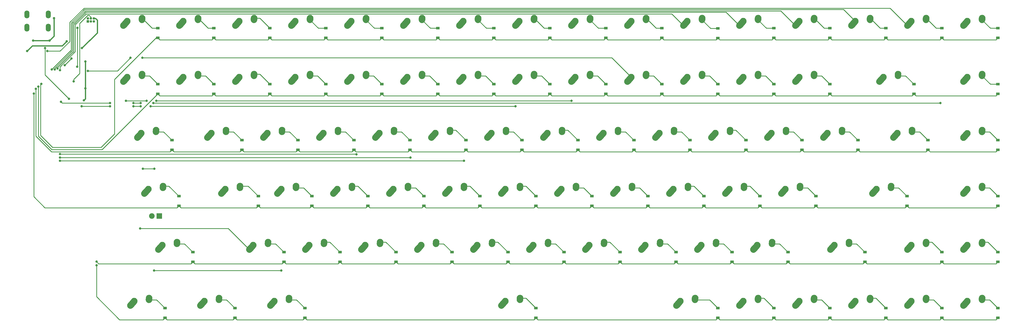
<source format=gbr>
G04 #@! TF.GenerationSoftware,KiCad,Pcbnew,(5.99.0-1615-g0042cd509)*
G04 #@! TF.CreationDate,2020-05-31T21:08:36-05:00*
G04 #@! TF.ProjectId,my-keyboard,6d792d6b-6579-4626-9f61-72642e6b6963,rev?*
G04 #@! TF.SameCoordinates,Original*
G04 #@! TF.FileFunction,Copper,L2,Bot*
G04 #@! TF.FilePolarity,Positive*
%FSLAX46Y46*%
G04 Gerber Fmt 4.6, Leading zero omitted, Abs format (unit mm)*
G04 Created by KiCad (PCBNEW (5.99.0-1615-g0042cd509)) date 2020-05-31 21:08:36*
%MOMM*%
%LPD*%
G01*
G04 APERTURE LIST*
G04 #@! TA.AperFunction,ComponentPad*
%ADD10C,2.250000*%
G04 #@! TD*
G04 #@! TA.AperFunction,ComponentPad*
%ADD11R,1.905000X1.905000*%
G04 #@! TD*
G04 #@! TA.AperFunction,ComponentPad*
%ADD12C,1.905000*%
G04 #@! TD*
G04 #@! TA.AperFunction,ComponentPad*
%ADD13O,0.850000X0.850000*%
G04 #@! TD*
G04 #@! TA.AperFunction,ComponentPad*
%ADD14R,0.850000X0.850000*%
G04 #@! TD*
G04 #@! TA.AperFunction,SMDPad,CuDef*
%ADD15R,1.200000X0.900000*%
G04 #@! TD*
G04 #@! TA.AperFunction,ComponentPad*
%ADD16O,1.700000X2.700000*%
G04 #@! TD*
G04 #@! TA.AperFunction,ViaPad*
%ADD17C,0.800000*%
G04 #@! TD*
G04 #@! TA.AperFunction,Conductor*
%ADD18C,0.381000*%
G04 #@! TD*
G04 #@! TA.AperFunction,Conductor*
%ADD19C,0.254000*%
G04 #@! TD*
G04 APERTURE END LIST*
D10*
X326906250Y-184912500D03*
G04 #@! TA.AperFunction,ComponentPad*
G36*
G01*
X324844933Y-187209845D02*
X324844933Y-187209845D01*
G75*
G02*
X324758905Y-185621183I751317J837345D01*
G01*
X326068907Y-184161183D01*
G75*
G02*
X327657569Y-184075155I837345J-751317D01*
G01*
X327657569Y-184075155D01*
G75*
G02*
X327743597Y-185663817I-751317J-837345D01*
G01*
X326433595Y-187123817D01*
G75*
G02*
X324844933Y-187209845I-837345J751317D01*
G01*
G37*
G04 #@! TD.AperFunction*
X331946250Y-183832500D03*
G04 #@! TA.AperFunction,ComponentPad*
G36*
G01*
X331828847Y-185534834D02*
X331828847Y-185534834D01*
G75*
G02*
X330783916Y-184335097I77403J1122334D01*
G01*
X330823916Y-183755097D01*
G75*
G02*
X332023653Y-182710166I1122334J-77403D01*
G01*
X332023653Y-182710166D01*
G75*
G02*
X333068584Y-183909903I-77403J-1122334D01*
G01*
X333028584Y-184489903D01*
G75*
G02*
X331828847Y-185534834I-1122334J77403D01*
G01*
G37*
G04 #@! TD.AperFunction*
X98306250Y-184912500D03*
G04 #@! TA.AperFunction,ComponentPad*
G36*
G01*
X96244933Y-187209845D02*
X96244933Y-187209845D01*
G75*
G02*
X96158905Y-185621183I751317J837345D01*
G01*
X97468907Y-184161183D01*
G75*
G02*
X99057569Y-184075155I837345J-751317D01*
G01*
X99057569Y-184075155D01*
G75*
G02*
X99143597Y-185663817I-751317J-837345D01*
G01*
X97833595Y-187123817D01*
G75*
G02*
X96244933Y-187209845I-837345J751317D01*
G01*
G37*
G04 #@! TD.AperFunction*
X103346250Y-183832500D03*
G04 #@! TA.AperFunction,ComponentPad*
G36*
G01*
X103228847Y-185534834D02*
X103228847Y-185534834D01*
G75*
G02*
X102183916Y-184335097I77403J1122334D01*
G01*
X102223916Y-183755097D01*
G75*
G02*
X103423653Y-182710166I1122334J-77403D01*
G01*
X103423653Y-182710166D01*
G75*
G02*
X104468584Y-183909903I-77403J-1122334D01*
G01*
X104428584Y-184489903D01*
G75*
G02*
X103228847Y-185534834I-1122334J77403D01*
G01*
G37*
G04 #@! TD.AperFunction*
X341193750Y-165862500D03*
G04 #@! TA.AperFunction,ComponentPad*
G36*
G01*
X339132433Y-168159845D02*
X339132433Y-168159845D01*
G75*
G02*
X339046405Y-166571183I751317J837345D01*
G01*
X340356407Y-165111183D01*
G75*
G02*
X341945069Y-165025155I837345J-751317D01*
G01*
X341945069Y-165025155D01*
G75*
G02*
X342031097Y-166613817I-751317J-837345D01*
G01*
X340721095Y-168073817D01*
G75*
G02*
X339132433Y-168159845I-837345J751317D01*
G01*
G37*
G04 #@! TD.AperFunction*
X346233750Y-164782500D03*
G04 #@! TA.AperFunction,ComponentPad*
G36*
G01*
X346116347Y-166484834D02*
X346116347Y-166484834D01*
G75*
G02*
X345071416Y-165285097I77403J1122334D01*
G01*
X345111416Y-164705097D01*
G75*
G02*
X346311153Y-163660166I1122334J-77403D01*
G01*
X346311153Y-163660166D01*
G75*
G02*
X347356084Y-164859903I-77403J-1122334D01*
G01*
X347316084Y-165439903D01*
G75*
G02*
X346116347Y-166484834I-1122334J77403D01*
G01*
G37*
G04 #@! TD.AperFunction*
D11*
X97313750Y-174942500D03*
D12*
X94773750Y-174942500D03*
D10*
X93543750Y-165862500D03*
G04 #@! TA.AperFunction,ComponentPad*
G36*
G01*
X91482433Y-168159845D02*
X91482433Y-168159845D01*
G75*
G02*
X91396405Y-166571183I751317J837345D01*
G01*
X92706407Y-165111183D01*
G75*
G02*
X94295069Y-165025155I837345J-751317D01*
G01*
X94295069Y-165025155D01*
G75*
G02*
X94381097Y-166613817I-751317J-837345D01*
G01*
X93071095Y-168073817D01*
G75*
G02*
X91482433Y-168159845I-837345J751317D01*
G01*
G37*
G04 #@! TD.AperFunction*
X98583750Y-164782500D03*
G04 #@! TA.AperFunction,ComponentPad*
G36*
G01*
X98466347Y-166484834D02*
X98466347Y-166484834D01*
G75*
G02*
X97421416Y-165285097I77403J1122334D01*
G01*
X97461416Y-164705097D01*
G75*
G02*
X98661153Y-163660166I1122334J-77403D01*
G01*
X98661153Y-163660166D01*
G75*
G02*
X99706084Y-164859903I-77403J-1122334D01*
G01*
X99666084Y-165439903D01*
G75*
G02*
X98466347Y-166484834I-1122334J77403D01*
G01*
G37*
G04 #@! TD.AperFunction*
X348337500Y-146812500D03*
G04 #@! TA.AperFunction,ComponentPad*
G36*
G01*
X346276183Y-149109845D02*
X346276183Y-149109845D01*
G75*
G02*
X346190155Y-147521183I751317J837345D01*
G01*
X347500157Y-146061183D01*
G75*
G02*
X349088819Y-145975155I837345J-751317D01*
G01*
X349088819Y-145975155D01*
G75*
G02*
X349174847Y-147563817I-751317J-837345D01*
G01*
X347864845Y-149023817D01*
G75*
G02*
X346276183Y-149109845I-837345J751317D01*
G01*
G37*
G04 #@! TD.AperFunction*
X353377500Y-145732500D03*
G04 #@! TA.AperFunction,ComponentPad*
G36*
G01*
X353260097Y-147434834D02*
X353260097Y-147434834D01*
G75*
G02*
X352215166Y-146235097I77403J1122334D01*
G01*
X352255166Y-145655097D01*
G75*
G02*
X353454903Y-144610166I1122334J-77403D01*
G01*
X353454903Y-144610166D01*
G75*
G02*
X354499834Y-145809903I-77403J-1122334D01*
G01*
X354459834Y-146389903D01*
G75*
G02*
X353260097Y-147434834I-1122334J77403D01*
G01*
G37*
G04 #@! TD.AperFunction*
X91162500Y-146812500D03*
G04 #@! TA.AperFunction,ComponentPad*
G36*
G01*
X89101183Y-149109845D02*
X89101183Y-149109845D01*
G75*
G02*
X89015155Y-147521183I751317J837345D01*
G01*
X90325157Y-146061183D01*
G75*
G02*
X91913819Y-145975155I837345J-751317D01*
G01*
X91913819Y-145975155D01*
G75*
G02*
X91999847Y-147563817I-751317J-837345D01*
G01*
X90689845Y-149023817D01*
G75*
G02*
X89101183Y-149109845I-837345J751317D01*
G01*
G37*
G04 #@! TD.AperFunction*
X96202500Y-145732500D03*
G04 #@! TA.AperFunction,ComponentPad*
G36*
G01*
X96085097Y-147434834D02*
X96085097Y-147434834D01*
G75*
G02*
X95040166Y-146235097I77403J1122334D01*
G01*
X95080166Y-145655097D01*
G75*
G02*
X96279903Y-144610166I1122334J-77403D01*
G01*
X96279903Y-144610166D01*
G75*
G02*
X97324834Y-145809903I-77403J-1122334D01*
G01*
X97284834Y-146389903D01*
G75*
G02*
X96085097Y-147434834I-1122334J77403D01*
G01*
G37*
G04 #@! TD.AperFunction*
X343575000Y-127762500D03*
G04 #@! TA.AperFunction,ComponentPad*
G36*
G01*
X341513683Y-130059845D02*
X341513683Y-130059845D01*
G75*
G02*
X341427655Y-128471183I751317J837345D01*
G01*
X342737657Y-127011183D01*
G75*
G02*
X344326319Y-126925155I837345J-751317D01*
G01*
X344326319Y-126925155D01*
G75*
G02*
X344412347Y-128513817I-751317J-837345D01*
G01*
X343102345Y-129973817D01*
G75*
G02*
X341513683Y-130059845I-837345J751317D01*
G01*
G37*
G04 #@! TD.AperFunction*
X348615000Y-126682500D03*
G04 #@! TA.AperFunction,ComponentPad*
G36*
G01*
X348497597Y-128384834D02*
X348497597Y-128384834D01*
G75*
G02*
X347452666Y-127185097I77403J1122334D01*
G01*
X347492666Y-126605097D01*
G75*
G02*
X348692403Y-125560166I1122334J-77403D01*
G01*
X348692403Y-125560166D01*
G75*
G02*
X349737334Y-126759903I-77403J-1122334D01*
G01*
X349697334Y-127339903D01*
G75*
G02*
X348497597Y-128384834I-1122334J77403D01*
G01*
G37*
G04 #@! TD.AperFunction*
X274518750Y-203962500D03*
G04 #@! TA.AperFunction,ComponentPad*
G36*
G01*
X272457433Y-206259845D02*
X272457433Y-206259845D01*
G75*
G02*
X272371405Y-204671183I751317J837345D01*
G01*
X273681407Y-203211183D01*
G75*
G02*
X275270069Y-203125155I837345J-751317D01*
G01*
X275270069Y-203125155D01*
G75*
G02*
X275356097Y-204713817I-751317J-837345D01*
G01*
X274046095Y-206173817D01*
G75*
G02*
X272457433Y-206259845I-837345J751317D01*
G01*
G37*
G04 #@! TD.AperFunction*
X279558750Y-202882500D03*
G04 #@! TA.AperFunction,ComponentPad*
G36*
G01*
X279441347Y-204584834D02*
X279441347Y-204584834D01*
G75*
G02*
X278396416Y-203385097I77403J1122334D01*
G01*
X278436416Y-202805097D01*
G75*
G02*
X279636153Y-201760166I1122334J-77403D01*
G01*
X279636153Y-201760166D01*
G75*
G02*
X280681084Y-202959903I-77403J-1122334D01*
G01*
X280641084Y-203539903D01*
G75*
G02*
X279441347Y-204584834I-1122334J77403D01*
G01*
G37*
G04 #@! TD.AperFunction*
X136406250Y-203962500D03*
G04 #@! TA.AperFunction,ComponentPad*
G36*
G01*
X134344933Y-206259845D02*
X134344933Y-206259845D01*
G75*
G02*
X134258905Y-204671183I751317J837345D01*
G01*
X135568907Y-203211183D01*
G75*
G02*
X137157569Y-203125155I837345J-751317D01*
G01*
X137157569Y-203125155D01*
G75*
G02*
X137243597Y-204713817I-751317J-837345D01*
G01*
X135933595Y-206173817D01*
G75*
G02*
X134344933Y-206259845I-837345J751317D01*
G01*
G37*
G04 #@! TD.AperFunction*
X141446250Y-202882500D03*
G04 #@! TA.AperFunction,ComponentPad*
G36*
G01*
X141328847Y-204584834D02*
X141328847Y-204584834D01*
G75*
G02*
X140283916Y-203385097I77403J1122334D01*
G01*
X140323916Y-202805097D01*
G75*
G02*
X141523653Y-201760166I1122334J-77403D01*
G01*
X141523653Y-201760166D01*
G75*
G02*
X142568584Y-202959903I-77403J-1122334D01*
G01*
X142528584Y-203539903D01*
G75*
G02*
X141328847Y-204584834I-1122334J77403D01*
G01*
G37*
G04 #@! TD.AperFunction*
X112593750Y-203962500D03*
G04 #@! TA.AperFunction,ComponentPad*
G36*
G01*
X110532433Y-206259845D02*
X110532433Y-206259845D01*
G75*
G02*
X110446405Y-204671183I751317J837345D01*
G01*
X111756407Y-203211183D01*
G75*
G02*
X113345069Y-203125155I837345J-751317D01*
G01*
X113345069Y-203125155D01*
G75*
G02*
X113431097Y-204713817I-751317J-837345D01*
G01*
X112121095Y-206173817D01*
G75*
G02*
X110532433Y-206259845I-837345J751317D01*
G01*
G37*
G04 #@! TD.AperFunction*
X117633750Y-202882500D03*
G04 #@! TA.AperFunction,ComponentPad*
G36*
G01*
X117516347Y-204584834D02*
X117516347Y-204584834D01*
G75*
G02*
X116471416Y-203385097I77403J1122334D01*
G01*
X116511416Y-202805097D01*
G75*
G02*
X117711153Y-201760166I1122334J-77403D01*
G01*
X117711153Y-201760166D01*
G75*
G02*
X118756084Y-202959903I-77403J-1122334D01*
G01*
X118716084Y-203539903D01*
G75*
G02*
X117516347Y-204584834I-1122334J77403D01*
G01*
G37*
G04 #@! TD.AperFunction*
X88781250Y-203962500D03*
G04 #@! TA.AperFunction,ComponentPad*
G36*
G01*
X86719933Y-206259845D02*
X86719933Y-206259845D01*
G75*
G02*
X86633905Y-204671183I751317J837345D01*
G01*
X87943907Y-203211183D01*
G75*
G02*
X89532569Y-203125155I837345J-751317D01*
G01*
X89532569Y-203125155D01*
G75*
G02*
X89618597Y-204713817I-751317J-837345D01*
G01*
X88308595Y-206173817D01*
G75*
G02*
X86719933Y-206259845I-837345J751317D01*
G01*
G37*
G04 #@! TD.AperFunction*
X93821250Y-202882500D03*
G04 #@! TA.AperFunction,ComponentPad*
G36*
G01*
X93703847Y-204584834D02*
X93703847Y-204584834D01*
G75*
G02*
X92658916Y-203385097I77403J1122334D01*
G01*
X92698916Y-202805097D01*
G75*
G02*
X93898653Y-201760166I1122334J-77403D01*
G01*
X93898653Y-201760166D01*
G75*
G02*
X94943584Y-202959903I-77403J-1122334D01*
G01*
X94903584Y-203539903D01*
G75*
G02*
X93703847Y-204584834I-1122334J77403D01*
G01*
G37*
G04 #@! TD.AperFunction*
X214987500Y-203962500D03*
G04 #@! TA.AperFunction,ComponentPad*
G36*
G01*
X212926183Y-206259845D02*
X212926183Y-206259845D01*
G75*
G02*
X212840155Y-204671183I751317J837345D01*
G01*
X214150157Y-203211183D01*
G75*
G02*
X215738819Y-203125155I837345J-751317D01*
G01*
X215738819Y-203125155D01*
G75*
G02*
X215824847Y-204713817I-751317J-837345D01*
G01*
X214514845Y-206173817D01*
G75*
G02*
X212926183Y-206259845I-837345J751317D01*
G01*
G37*
G04 #@! TD.AperFunction*
X220027500Y-202882500D03*
G04 #@! TA.AperFunction,ComponentPad*
G36*
G01*
X219910097Y-204584834D02*
X219910097Y-204584834D01*
G75*
G02*
X218865166Y-203385097I77403J1122334D01*
G01*
X218905166Y-202805097D01*
G75*
G02*
X220104903Y-201760166I1122334J-77403D01*
G01*
X220104903Y-201760166D01*
G75*
G02*
X221149834Y-202959903I-77403J-1122334D01*
G01*
X221109834Y-203539903D01*
G75*
G02*
X219910097Y-204584834I-1122334J77403D01*
G01*
G37*
G04 #@! TD.AperFunction*
X257850000Y-108712500D03*
G04 #@! TA.AperFunction,ComponentPad*
G36*
G01*
X255788683Y-111009845D02*
X255788683Y-111009845D01*
G75*
G02*
X255702655Y-109421183I751317J837345D01*
G01*
X257012657Y-107961183D01*
G75*
G02*
X258601319Y-107875155I837345J-751317D01*
G01*
X258601319Y-107875155D01*
G75*
G02*
X258687347Y-109463817I-751317J-837345D01*
G01*
X257377345Y-110923817D01*
G75*
G02*
X255788683Y-111009845I-837345J751317D01*
G01*
G37*
G04 #@! TD.AperFunction*
X262890000Y-107632500D03*
G04 #@! TA.AperFunction,ComponentPad*
G36*
G01*
X262772597Y-109334834D02*
X262772597Y-109334834D01*
G75*
G02*
X261727666Y-108135097I77403J1122334D01*
G01*
X261767666Y-107555097D01*
G75*
G02*
X262967403Y-106510166I1122334J-77403D01*
G01*
X262967403Y-106510166D01*
G75*
G02*
X264012334Y-107709903I-77403J-1122334D01*
G01*
X263972334Y-108289903D01*
G75*
G02*
X262772597Y-109334834I-1122334J77403D01*
G01*
G37*
G04 #@! TD.AperFunction*
X238800000Y-108712500D03*
G04 #@! TA.AperFunction,ComponentPad*
G36*
G01*
X236738683Y-111009845D02*
X236738683Y-111009845D01*
G75*
G02*
X236652655Y-109421183I751317J837345D01*
G01*
X237962657Y-107961183D01*
G75*
G02*
X239551319Y-107875155I837345J-751317D01*
G01*
X239551319Y-107875155D01*
G75*
G02*
X239637347Y-109463817I-751317J-837345D01*
G01*
X238327345Y-110923817D01*
G75*
G02*
X236738683Y-111009845I-837345J751317D01*
G01*
G37*
G04 #@! TD.AperFunction*
X243840000Y-107632500D03*
G04 #@! TA.AperFunction,ComponentPad*
G36*
G01*
X243722597Y-109334834D02*
X243722597Y-109334834D01*
G75*
G02*
X242677666Y-108135097I77403J1122334D01*
G01*
X242717666Y-107555097D01*
G75*
G02*
X243917403Y-106510166I1122334J-77403D01*
G01*
X243917403Y-106510166D01*
G75*
G02*
X244962334Y-107709903I-77403J-1122334D01*
G01*
X244922334Y-108289903D01*
G75*
G02*
X243722597Y-109334834I-1122334J77403D01*
G01*
G37*
G04 #@! TD.AperFunction*
X219750000Y-108712500D03*
G04 #@! TA.AperFunction,ComponentPad*
G36*
G01*
X217688683Y-111009845D02*
X217688683Y-111009845D01*
G75*
G02*
X217602655Y-109421183I751317J837345D01*
G01*
X218912657Y-107961183D01*
G75*
G02*
X220501319Y-107875155I837345J-751317D01*
G01*
X220501319Y-107875155D01*
G75*
G02*
X220587347Y-109463817I-751317J-837345D01*
G01*
X219277345Y-110923817D01*
G75*
G02*
X217688683Y-111009845I-837345J751317D01*
G01*
G37*
G04 #@! TD.AperFunction*
X224790000Y-107632500D03*
G04 #@! TA.AperFunction,ComponentPad*
G36*
G01*
X224672597Y-109334834D02*
X224672597Y-109334834D01*
G75*
G02*
X223627666Y-108135097I77403J1122334D01*
G01*
X223667666Y-107555097D01*
G75*
G02*
X224867403Y-106510166I1122334J-77403D01*
G01*
X224867403Y-106510166D01*
G75*
G02*
X225912334Y-107709903I-77403J-1122334D01*
G01*
X225872334Y-108289903D01*
G75*
G02*
X224672597Y-109334834I-1122334J77403D01*
G01*
G37*
G04 #@! TD.AperFunction*
X200700000Y-108712500D03*
G04 #@! TA.AperFunction,ComponentPad*
G36*
G01*
X198638683Y-111009845D02*
X198638683Y-111009845D01*
G75*
G02*
X198552655Y-109421183I751317J837345D01*
G01*
X199862657Y-107961183D01*
G75*
G02*
X201451319Y-107875155I837345J-751317D01*
G01*
X201451319Y-107875155D01*
G75*
G02*
X201537347Y-109463817I-751317J-837345D01*
G01*
X200227345Y-110923817D01*
G75*
G02*
X198638683Y-111009845I-837345J751317D01*
G01*
G37*
G04 #@! TD.AperFunction*
X205740000Y-107632500D03*
G04 #@! TA.AperFunction,ComponentPad*
G36*
G01*
X205622597Y-109334834D02*
X205622597Y-109334834D01*
G75*
G02*
X204577666Y-108135097I77403J1122334D01*
G01*
X204617666Y-107555097D01*
G75*
G02*
X205817403Y-106510166I1122334J-77403D01*
G01*
X205817403Y-106510166D01*
G75*
G02*
X206862334Y-107709903I-77403J-1122334D01*
G01*
X206822334Y-108289903D01*
G75*
G02*
X205622597Y-109334834I-1122334J77403D01*
G01*
G37*
G04 #@! TD.AperFunction*
X372150000Y-203962500D03*
G04 #@! TA.AperFunction,ComponentPad*
G36*
G01*
X370088683Y-206259845D02*
X370088683Y-206259845D01*
G75*
G02*
X370002655Y-204671183I751317J837345D01*
G01*
X371312657Y-203211183D01*
G75*
G02*
X372901319Y-203125155I837345J-751317D01*
G01*
X372901319Y-203125155D01*
G75*
G02*
X372987347Y-204713817I-751317J-837345D01*
G01*
X371677345Y-206173817D01*
G75*
G02*
X370088683Y-206259845I-837345J751317D01*
G01*
G37*
G04 #@! TD.AperFunction*
X377190000Y-202882500D03*
G04 #@! TA.AperFunction,ComponentPad*
G36*
G01*
X377072597Y-204584834D02*
X377072597Y-204584834D01*
G75*
G02*
X376027666Y-203385097I77403J1122334D01*
G01*
X376067666Y-202805097D01*
G75*
G02*
X377267403Y-201760166I1122334J-77403D01*
G01*
X377267403Y-201760166D01*
G75*
G02*
X378312334Y-202959903I-77403J-1122334D01*
G01*
X378272334Y-203539903D01*
G75*
G02*
X377072597Y-204584834I-1122334J77403D01*
G01*
G37*
G04 #@! TD.AperFunction*
X353100000Y-203962500D03*
G04 #@! TA.AperFunction,ComponentPad*
G36*
G01*
X351038683Y-206259845D02*
X351038683Y-206259845D01*
G75*
G02*
X350952655Y-204671183I751317J837345D01*
G01*
X352262657Y-203211183D01*
G75*
G02*
X353851319Y-203125155I837345J-751317D01*
G01*
X353851319Y-203125155D01*
G75*
G02*
X353937347Y-204713817I-751317J-837345D01*
G01*
X352627345Y-206173817D01*
G75*
G02*
X351038683Y-206259845I-837345J751317D01*
G01*
G37*
G04 #@! TD.AperFunction*
X358140000Y-202882500D03*
G04 #@! TA.AperFunction,ComponentPad*
G36*
G01*
X358022597Y-204584834D02*
X358022597Y-204584834D01*
G75*
G02*
X356977666Y-203385097I77403J1122334D01*
G01*
X357017666Y-202805097D01*
G75*
G02*
X358217403Y-201760166I1122334J-77403D01*
G01*
X358217403Y-201760166D01*
G75*
G02*
X359262334Y-202959903I-77403J-1122334D01*
G01*
X359222334Y-203539903D01*
G75*
G02*
X358022597Y-204584834I-1122334J77403D01*
G01*
G37*
G04 #@! TD.AperFunction*
X334050000Y-203962500D03*
G04 #@! TA.AperFunction,ComponentPad*
G36*
G01*
X331988683Y-206259845D02*
X331988683Y-206259845D01*
G75*
G02*
X331902655Y-204671183I751317J837345D01*
G01*
X333212657Y-203211183D01*
G75*
G02*
X334801319Y-203125155I837345J-751317D01*
G01*
X334801319Y-203125155D01*
G75*
G02*
X334887347Y-204713817I-751317J-837345D01*
G01*
X333577345Y-206173817D01*
G75*
G02*
X331988683Y-206259845I-837345J751317D01*
G01*
G37*
G04 #@! TD.AperFunction*
X339090000Y-202882500D03*
G04 #@! TA.AperFunction,ComponentPad*
G36*
G01*
X338972597Y-204584834D02*
X338972597Y-204584834D01*
G75*
G02*
X337927666Y-203385097I77403J1122334D01*
G01*
X337967666Y-202805097D01*
G75*
G02*
X339167403Y-201760166I1122334J-77403D01*
G01*
X339167403Y-201760166D01*
G75*
G02*
X340212334Y-202959903I-77403J-1122334D01*
G01*
X340172334Y-203539903D01*
G75*
G02*
X338972597Y-204584834I-1122334J77403D01*
G01*
G37*
G04 #@! TD.AperFunction*
X315000000Y-203962500D03*
G04 #@! TA.AperFunction,ComponentPad*
G36*
G01*
X312938683Y-206259845D02*
X312938683Y-206259845D01*
G75*
G02*
X312852655Y-204671183I751317J837345D01*
G01*
X314162657Y-203211183D01*
G75*
G02*
X315751319Y-203125155I837345J-751317D01*
G01*
X315751319Y-203125155D01*
G75*
G02*
X315837347Y-204713817I-751317J-837345D01*
G01*
X314527345Y-206173817D01*
G75*
G02*
X312938683Y-206259845I-837345J751317D01*
G01*
G37*
G04 #@! TD.AperFunction*
X320040000Y-202882500D03*
G04 #@! TA.AperFunction,ComponentPad*
G36*
G01*
X319922597Y-204584834D02*
X319922597Y-204584834D01*
G75*
G02*
X318877666Y-203385097I77403J1122334D01*
G01*
X318917666Y-202805097D01*
G75*
G02*
X320117403Y-201760166I1122334J-77403D01*
G01*
X320117403Y-201760166D01*
G75*
G02*
X321162334Y-202959903I-77403J-1122334D01*
G01*
X321122334Y-203539903D01*
G75*
G02*
X319922597Y-204584834I-1122334J77403D01*
G01*
G37*
G04 #@! TD.AperFunction*
X295950000Y-203962500D03*
G04 #@! TA.AperFunction,ComponentPad*
G36*
G01*
X293888683Y-206259845D02*
X293888683Y-206259845D01*
G75*
G02*
X293802655Y-204671183I751317J837345D01*
G01*
X295112657Y-203211183D01*
G75*
G02*
X296701319Y-203125155I837345J-751317D01*
G01*
X296701319Y-203125155D01*
G75*
G02*
X296787347Y-204713817I-751317J-837345D01*
G01*
X295477345Y-206173817D01*
G75*
G02*
X293888683Y-206259845I-837345J751317D01*
G01*
G37*
G04 #@! TD.AperFunction*
X300990000Y-202882500D03*
G04 #@! TA.AperFunction,ComponentPad*
G36*
G01*
X300872597Y-204584834D02*
X300872597Y-204584834D01*
G75*
G02*
X299827666Y-203385097I77403J1122334D01*
G01*
X299867666Y-202805097D01*
G75*
G02*
X301067403Y-201760166I1122334J-77403D01*
G01*
X301067403Y-201760166D01*
G75*
G02*
X302112334Y-202959903I-77403J-1122334D01*
G01*
X302072334Y-203539903D01*
G75*
G02*
X300872597Y-204584834I-1122334J77403D01*
G01*
G37*
G04 #@! TD.AperFunction*
X372150000Y-184912500D03*
G04 #@! TA.AperFunction,ComponentPad*
G36*
G01*
X370088683Y-187209845D02*
X370088683Y-187209845D01*
G75*
G02*
X370002655Y-185621183I751317J837345D01*
G01*
X371312657Y-184161183D01*
G75*
G02*
X372901319Y-184075155I837345J-751317D01*
G01*
X372901319Y-184075155D01*
G75*
G02*
X372987347Y-185663817I-751317J-837345D01*
G01*
X371677345Y-187123817D01*
G75*
G02*
X370088683Y-187209845I-837345J751317D01*
G01*
G37*
G04 #@! TD.AperFunction*
X377190000Y-183832500D03*
G04 #@! TA.AperFunction,ComponentPad*
G36*
G01*
X377072597Y-185534834D02*
X377072597Y-185534834D01*
G75*
G02*
X376027666Y-184335097I77403J1122334D01*
G01*
X376067666Y-183755097D01*
G75*
G02*
X377267403Y-182710166I1122334J-77403D01*
G01*
X377267403Y-182710166D01*
G75*
G02*
X378312334Y-183909903I-77403J-1122334D01*
G01*
X378272334Y-184489903D01*
G75*
G02*
X377072597Y-185534834I-1122334J77403D01*
G01*
G37*
G04 #@! TD.AperFunction*
X353100000Y-184912500D03*
G04 #@! TA.AperFunction,ComponentPad*
G36*
G01*
X351038683Y-187209845D02*
X351038683Y-187209845D01*
G75*
G02*
X350952655Y-185621183I751317J837345D01*
G01*
X352262657Y-184161183D01*
G75*
G02*
X353851319Y-184075155I837345J-751317D01*
G01*
X353851319Y-184075155D01*
G75*
G02*
X353937347Y-185663817I-751317J-837345D01*
G01*
X352627345Y-187123817D01*
G75*
G02*
X351038683Y-187209845I-837345J751317D01*
G01*
G37*
G04 #@! TD.AperFunction*
X358140000Y-183832500D03*
G04 #@! TA.AperFunction,ComponentPad*
G36*
G01*
X358022597Y-185534834D02*
X358022597Y-185534834D01*
G75*
G02*
X356977666Y-184335097I77403J1122334D01*
G01*
X357017666Y-183755097D01*
G75*
G02*
X358217403Y-182710166I1122334J-77403D01*
G01*
X358217403Y-182710166D01*
G75*
G02*
X359262334Y-183909903I-77403J-1122334D01*
G01*
X359222334Y-184489903D01*
G75*
G02*
X358022597Y-185534834I-1122334J77403D01*
G01*
G37*
G04 #@! TD.AperFunction*
X300712500Y-184912500D03*
G04 #@! TA.AperFunction,ComponentPad*
G36*
G01*
X298651183Y-187209845D02*
X298651183Y-187209845D01*
G75*
G02*
X298565155Y-185621183I751317J837345D01*
G01*
X299875157Y-184161183D01*
G75*
G02*
X301463819Y-184075155I837345J-751317D01*
G01*
X301463819Y-184075155D01*
G75*
G02*
X301549847Y-185663817I-751317J-837345D01*
G01*
X300239845Y-187123817D01*
G75*
G02*
X298651183Y-187209845I-837345J751317D01*
G01*
G37*
G04 #@! TD.AperFunction*
X305752500Y-183832500D03*
G04 #@! TA.AperFunction,ComponentPad*
G36*
G01*
X305635097Y-185534834D02*
X305635097Y-185534834D01*
G75*
G02*
X304590166Y-184335097I77403J1122334D01*
G01*
X304630166Y-183755097D01*
G75*
G02*
X305829903Y-182710166I1122334J-77403D01*
G01*
X305829903Y-182710166D01*
G75*
G02*
X306874834Y-183909903I-77403J-1122334D01*
G01*
X306834834Y-184489903D01*
G75*
G02*
X305635097Y-185534834I-1122334J77403D01*
G01*
G37*
G04 #@! TD.AperFunction*
X281662500Y-184912500D03*
G04 #@! TA.AperFunction,ComponentPad*
G36*
G01*
X279601183Y-187209845D02*
X279601183Y-187209845D01*
G75*
G02*
X279515155Y-185621183I751317J837345D01*
G01*
X280825157Y-184161183D01*
G75*
G02*
X282413819Y-184075155I837345J-751317D01*
G01*
X282413819Y-184075155D01*
G75*
G02*
X282499847Y-185663817I-751317J-837345D01*
G01*
X281189845Y-187123817D01*
G75*
G02*
X279601183Y-187209845I-837345J751317D01*
G01*
G37*
G04 #@! TD.AperFunction*
X286702500Y-183832500D03*
G04 #@! TA.AperFunction,ComponentPad*
G36*
G01*
X286585097Y-185534834D02*
X286585097Y-185534834D01*
G75*
G02*
X285540166Y-184335097I77403J1122334D01*
G01*
X285580166Y-183755097D01*
G75*
G02*
X286779903Y-182710166I1122334J-77403D01*
G01*
X286779903Y-182710166D01*
G75*
G02*
X287824834Y-183909903I-77403J-1122334D01*
G01*
X287784834Y-184489903D01*
G75*
G02*
X286585097Y-185534834I-1122334J77403D01*
G01*
G37*
G04 #@! TD.AperFunction*
X262612500Y-184912500D03*
G04 #@! TA.AperFunction,ComponentPad*
G36*
G01*
X260551183Y-187209845D02*
X260551183Y-187209845D01*
G75*
G02*
X260465155Y-185621183I751317J837345D01*
G01*
X261775157Y-184161183D01*
G75*
G02*
X263363819Y-184075155I837345J-751317D01*
G01*
X263363819Y-184075155D01*
G75*
G02*
X263449847Y-185663817I-751317J-837345D01*
G01*
X262139845Y-187123817D01*
G75*
G02*
X260551183Y-187209845I-837345J751317D01*
G01*
G37*
G04 #@! TD.AperFunction*
X267652500Y-183832500D03*
G04 #@! TA.AperFunction,ComponentPad*
G36*
G01*
X267535097Y-185534834D02*
X267535097Y-185534834D01*
G75*
G02*
X266490166Y-184335097I77403J1122334D01*
G01*
X266530166Y-183755097D01*
G75*
G02*
X267729903Y-182710166I1122334J-77403D01*
G01*
X267729903Y-182710166D01*
G75*
G02*
X268774834Y-183909903I-77403J-1122334D01*
G01*
X268734834Y-184489903D01*
G75*
G02*
X267535097Y-185534834I-1122334J77403D01*
G01*
G37*
G04 #@! TD.AperFunction*
X243562500Y-184912500D03*
G04 #@! TA.AperFunction,ComponentPad*
G36*
G01*
X241501183Y-187209845D02*
X241501183Y-187209845D01*
G75*
G02*
X241415155Y-185621183I751317J837345D01*
G01*
X242725157Y-184161183D01*
G75*
G02*
X244313819Y-184075155I837345J-751317D01*
G01*
X244313819Y-184075155D01*
G75*
G02*
X244399847Y-185663817I-751317J-837345D01*
G01*
X243089845Y-187123817D01*
G75*
G02*
X241501183Y-187209845I-837345J751317D01*
G01*
G37*
G04 #@! TD.AperFunction*
X248602500Y-183832500D03*
G04 #@! TA.AperFunction,ComponentPad*
G36*
G01*
X248485097Y-185534834D02*
X248485097Y-185534834D01*
G75*
G02*
X247440166Y-184335097I77403J1122334D01*
G01*
X247480166Y-183755097D01*
G75*
G02*
X248679903Y-182710166I1122334J-77403D01*
G01*
X248679903Y-182710166D01*
G75*
G02*
X249724834Y-183909903I-77403J-1122334D01*
G01*
X249684834Y-184489903D01*
G75*
G02*
X248485097Y-185534834I-1122334J77403D01*
G01*
G37*
G04 #@! TD.AperFunction*
X224512500Y-184912500D03*
G04 #@! TA.AperFunction,ComponentPad*
G36*
G01*
X222451183Y-187209845D02*
X222451183Y-187209845D01*
G75*
G02*
X222365155Y-185621183I751317J837345D01*
G01*
X223675157Y-184161183D01*
G75*
G02*
X225263819Y-184075155I837345J-751317D01*
G01*
X225263819Y-184075155D01*
G75*
G02*
X225349847Y-185663817I-751317J-837345D01*
G01*
X224039845Y-187123817D01*
G75*
G02*
X222451183Y-187209845I-837345J751317D01*
G01*
G37*
G04 #@! TD.AperFunction*
X229552500Y-183832500D03*
G04 #@! TA.AperFunction,ComponentPad*
G36*
G01*
X229435097Y-185534834D02*
X229435097Y-185534834D01*
G75*
G02*
X228390166Y-184335097I77403J1122334D01*
G01*
X228430166Y-183755097D01*
G75*
G02*
X229629903Y-182710166I1122334J-77403D01*
G01*
X229629903Y-182710166D01*
G75*
G02*
X230674834Y-183909903I-77403J-1122334D01*
G01*
X230634834Y-184489903D01*
G75*
G02*
X229435097Y-185534834I-1122334J77403D01*
G01*
G37*
G04 #@! TD.AperFunction*
X205462500Y-184912500D03*
G04 #@! TA.AperFunction,ComponentPad*
G36*
G01*
X203401183Y-187209845D02*
X203401183Y-187209845D01*
G75*
G02*
X203315155Y-185621183I751317J837345D01*
G01*
X204625157Y-184161183D01*
G75*
G02*
X206213819Y-184075155I837345J-751317D01*
G01*
X206213819Y-184075155D01*
G75*
G02*
X206299847Y-185663817I-751317J-837345D01*
G01*
X204989845Y-187123817D01*
G75*
G02*
X203401183Y-187209845I-837345J751317D01*
G01*
G37*
G04 #@! TD.AperFunction*
X210502500Y-183832500D03*
G04 #@! TA.AperFunction,ComponentPad*
G36*
G01*
X210385097Y-185534834D02*
X210385097Y-185534834D01*
G75*
G02*
X209340166Y-184335097I77403J1122334D01*
G01*
X209380166Y-183755097D01*
G75*
G02*
X210579903Y-182710166I1122334J-77403D01*
G01*
X210579903Y-182710166D01*
G75*
G02*
X211624834Y-183909903I-77403J-1122334D01*
G01*
X211584834Y-184489903D01*
G75*
G02*
X210385097Y-185534834I-1122334J77403D01*
G01*
G37*
G04 #@! TD.AperFunction*
X186412500Y-184912500D03*
G04 #@! TA.AperFunction,ComponentPad*
G36*
G01*
X184351183Y-187209845D02*
X184351183Y-187209845D01*
G75*
G02*
X184265155Y-185621183I751317J837345D01*
G01*
X185575157Y-184161183D01*
G75*
G02*
X187163819Y-184075155I837345J-751317D01*
G01*
X187163819Y-184075155D01*
G75*
G02*
X187249847Y-185663817I-751317J-837345D01*
G01*
X185939845Y-187123817D01*
G75*
G02*
X184351183Y-187209845I-837345J751317D01*
G01*
G37*
G04 #@! TD.AperFunction*
X191452500Y-183832500D03*
G04 #@! TA.AperFunction,ComponentPad*
G36*
G01*
X191335097Y-185534834D02*
X191335097Y-185534834D01*
G75*
G02*
X190290166Y-184335097I77403J1122334D01*
G01*
X190330166Y-183755097D01*
G75*
G02*
X191529903Y-182710166I1122334J-77403D01*
G01*
X191529903Y-182710166D01*
G75*
G02*
X192574834Y-183909903I-77403J-1122334D01*
G01*
X192534834Y-184489903D01*
G75*
G02*
X191335097Y-185534834I-1122334J77403D01*
G01*
G37*
G04 #@! TD.AperFunction*
X167362500Y-184912500D03*
G04 #@! TA.AperFunction,ComponentPad*
G36*
G01*
X165301183Y-187209845D02*
X165301183Y-187209845D01*
G75*
G02*
X165215155Y-185621183I751317J837345D01*
G01*
X166525157Y-184161183D01*
G75*
G02*
X168113819Y-184075155I837345J-751317D01*
G01*
X168113819Y-184075155D01*
G75*
G02*
X168199847Y-185663817I-751317J-837345D01*
G01*
X166889845Y-187123817D01*
G75*
G02*
X165301183Y-187209845I-837345J751317D01*
G01*
G37*
G04 #@! TD.AperFunction*
X172402500Y-183832500D03*
G04 #@! TA.AperFunction,ComponentPad*
G36*
G01*
X172285097Y-185534834D02*
X172285097Y-185534834D01*
G75*
G02*
X171240166Y-184335097I77403J1122334D01*
G01*
X171280166Y-183755097D01*
G75*
G02*
X172479903Y-182710166I1122334J-77403D01*
G01*
X172479903Y-182710166D01*
G75*
G02*
X173524834Y-183909903I-77403J-1122334D01*
G01*
X173484834Y-184489903D01*
G75*
G02*
X172285097Y-185534834I-1122334J77403D01*
G01*
G37*
G04 #@! TD.AperFunction*
X148312500Y-184912500D03*
G04 #@! TA.AperFunction,ComponentPad*
G36*
G01*
X146251183Y-187209845D02*
X146251183Y-187209845D01*
G75*
G02*
X146165155Y-185621183I751317J837345D01*
G01*
X147475157Y-184161183D01*
G75*
G02*
X149063819Y-184075155I837345J-751317D01*
G01*
X149063819Y-184075155D01*
G75*
G02*
X149149847Y-185663817I-751317J-837345D01*
G01*
X147839845Y-187123817D01*
G75*
G02*
X146251183Y-187209845I-837345J751317D01*
G01*
G37*
G04 #@! TD.AperFunction*
X153352500Y-183832500D03*
G04 #@! TA.AperFunction,ComponentPad*
G36*
G01*
X153235097Y-185534834D02*
X153235097Y-185534834D01*
G75*
G02*
X152190166Y-184335097I77403J1122334D01*
G01*
X152230166Y-183755097D01*
G75*
G02*
X153429903Y-182710166I1122334J-77403D01*
G01*
X153429903Y-182710166D01*
G75*
G02*
X154474834Y-183909903I-77403J-1122334D01*
G01*
X154434834Y-184489903D01*
G75*
G02*
X153235097Y-185534834I-1122334J77403D01*
G01*
G37*
G04 #@! TD.AperFunction*
X129262500Y-184912500D03*
G04 #@! TA.AperFunction,ComponentPad*
G36*
G01*
X127201183Y-187209845D02*
X127201183Y-187209845D01*
G75*
G02*
X127115155Y-185621183I751317J837345D01*
G01*
X128425157Y-184161183D01*
G75*
G02*
X130013819Y-184075155I837345J-751317D01*
G01*
X130013819Y-184075155D01*
G75*
G02*
X130099847Y-185663817I-751317J-837345D01*
G01*
X128789845Y-187123817D01*
G75*
G02*
X127201183Y-187209845I-837345J751317D01*
G01*
G37*
G04 #@! TD.AperFunction*
X134302500Y-183832500D03*
G04 #@! TA.AperFunction,ComponentPad*
G36*
G01*
X134185097Y-185534834D02*
X134185097Y-185534834D01*
G75*
G02*
X133140166Y-184335097I77403J1122334D01*
G01*
X133180166Y-183755097D01*
G75*
G02*
X134379903Y-182710166I1122334J-77403D01*
G01*
X134379903Y-182710166D01*
G75*
G02*
X135424834Y-183909903I-77403J-1122334D01*
G01*
X135384834Y-184489903D01*
G75*
G02*
X134185097Y-185534834I-1122334J77403D01*
G01*
G37*
G04 #@! TD.AperFunction*
X372150000Y-165862500D03*
G04 #@! TA.AperFunction,ComponentPad*
G36*
G01*
X370088683Y-168159845D02*
X370088683Y-168159845D01*
G75*
G02*
X370002655Y-166571183I751317J837345D01*
G01*
X371312657Y-165111183D01*
G75*
G02*
X372901319Y-165025155I837345J-751317D01*
G01*
X372901319Y-165025155D01*
G75*
G02*
X372987347Y-166613817I-751317J-837345D01*
G01*
X371677345Y-168073817D01*
G75*
G02*
X370088683Y-168159845I-837345J751317D01*
G01*
G37*
G04 #@! TD.AperFunction*
X377190000Y-164782500D03*
G04 #@! TA.AperFunction,ComponentPad*
G36*
G01*
X377072597Y-166484834D02*
X377072597Y-166484834D01*
G75*
G02*
X376027666Y-165285097I77403J1122334D01*
G01*
X376067666Y-164705097D01*
G75*
G02*
X377267403Y-163660166I1122334J-77403D01*
G01*
X377267403Y-163660166D01*
G75*
G02*
X378312334Y-164859903I-77403J-1122334D01*
G01*
X378272334Y-165439903D01*
G75*
G02*
X377072597Y-166484834I-1122334J77403D01*
G01*
G37*
G04 #@! TD.AperFunction*
X310237500Y-165862500D03*
G04 #@! TA.AperFunction,ComponentPad*
G36*
G01*
X308176183Y-168159845D02*
X308176183Y-168159845D01*
G75*
G02*
X308090155Y-166571183I751317J837345D01*
G01*
X309400157Y-165111183D01*
G75*
G02*
X310988819Y-165025155I837345J-751317D01*
G01*
X310988819Y-165025155D01*
G75*
G02*
X311074847Y-166613817I-751317J-837345D01*
G01*
X309764845Y-168073817D01*
G75*
G02*
X308176183Y-168159845I-837345J751317D01*
G01*
G37*
G04 #@! TD.AperFunction*
X315277500Y-164782500D03*
G04 #@! TA.AperFunction,ComponentPad*
G36*
G01*
X315160097Y-166484834D02*
X315160097Y-166484834D01*
G75*
G02*
X314115166Y-165285097I77403J1122334D01*
G01*
X314155166Y-164705097D01*
G75*
G02*
X315354903Y-163660166I1122334J-77403D01*
G01*
X315354903Y-163660166D01*
G75*
G02*
X316399834Y-164859903I-77403J-1122334D01*
G01*
X316359834Y-165439903D01*
G75*
G02*
X315160097Y-166484834I-1122334J77403D01*
G01*
G37*
G04 #@! TD.AperFunction*
X291187500Y-165862500D03*
G04 #@! TA.AperFunction,ComponentPad*
G36*
G01*
X289126183Y-168159845D02*
X289126183Y-168159845D01*
G75*
G02*
X289040155Y-166571183I751317J837345D01*
G01*
X290350157Y-165111183D01*
G75*
G02*
X291938819Y-165025155I837345J-751317D01*
G01*
X291938819Y-165025155D01*
G75*
G02*
X292024847Y-166613817I-751317J-837345D01*
G01*
X290714845Y-168073817D01*
G75*
G02*
X289126183Y-168159845I-837345J751317D01*
G01*
G37*
G04 #@! TD.AperFunction*
X296227500Y-164782500D03*
G04 #@! TA.AperFunction,ComponentPad*
G36*
G01*
X296110097Y-166484834D02*
X296110097Y-166484834D01*
G75*
G02*
X295065166Y-165285097I77403J1122334D01*
G01*
X295105166Y-164705097D01*
G75*
G02*
X296304903Y-163660166I1122334J-77403D01*
G01*
X296304903Y-163660166D01*
G75*
G02*
X297349834Y-164859903I-77403J-1122334D01*
G01*
X297309834Y-165439903D01*
G75*
G02*
X296110097Y-166484834I-1122334J77403D01*
G01*
G37*
G04 #@! TD.AperFunction*
X272137500Y-165862500D03*
G04 #@! TA.AperFunction,ComponentPad*
G36*
G01*
X270076183Y-168159845D02*
X270076183Y-168159845D01*
G75*
G02*
X269990155Y-166571183I751317J837345D01*
G01*
X271300157Y-165111183D01*
G75*
G02*
X272888819Y-165025155I837345J-751317D01*
G01*
X272888819Y-165025155D01*
G75*
G02*
X272974847Y-166613817I-751317J-837345D01*
G01*
X271664845Y-168073817D01*
G75*
G02*
X270076183Y-168159845I-837345J751317D01*
G01*
G37*
G04 #@! TD.AperFunction*
X277177500Y-164782500D03*
G04 #@! TA.AperFunction,ComponentPad*
G36*
G01*
X277060097Y-166484834D02*
X277060097Y-166484834D01*
G75*
G02*
X276015166Y-165285097I77403J1122334D01*
G01*
X276055166Y-164705097D01*
G75*
G02*
X277254903Y-163660166I1122334J-77403D01*
G01*
X277254903Y-163660166D01*
G75*
G02*
X278299834Y-164859903I-77403J-1122334D01*
G01*
X278259834Y-165439903D01*
G75*
G02*
X277060097Y-166484834I-1122334J77403D01*
G01*
G37*
G04 #@! TD.AperFunction*
X253087500Y-165862500D03*
G04 #@! TA.AperFunction,ComponentPad*
G36*
G01*
X251026183Y-168159845D02*
X251026183Y-168159845D01*
G75*
G02*
X250940155Y-166571183I751317J837345D01*
G01*
X252250157Y-165111183D01*
G75*
G02*
X253838819Y-165025155I837345J-751317D01*
G01*
X253838819Y-165025155D01*
G75*
G02*
X253924847Y-166613817I-751317J-837345D01*
G01*
X252614845Y-168073817D01*
G75*
G02*
X251026183Y-168159845I-837345J751317D01*
G01*
G37*
G04 #@! TD.AperFunction*
X258127500Y-164782500D03*
G04 #@! TA.AperFunction,ComponentPad*
G36*
G01*
X258010097Y-166484834D02*
X258010097Y-166484834D01*
G75*
G02*
X256965166Y-165285097I77403J1122334D01*
G01*
X257005166Y-164705097D01*
G75*
G02*
X258204903Y-163660166I1122334J-77403D01*
G01*
X258204903Y-163660166D01*
G75*
G02*
X259249834Y-164859903I-77403J-1122334D01*
G01*
X259209834Y-165439903D01*
G75*
G02*
X258010097Y-166484834I-1122334J77403D01*
G01*
G37*
G04 #@! TD.AperFunction*
X234037500Y-165862500D03*
G04 #@! TA.AperFunction,ComponentPad*
G36*
G01*
X231976183Y-168159845D02*
X231976183Y-168159845D01*
G75*
G02*
X231890155Y-166571183I751317J837345D01*
G01*
X233200157Y-165111183D01*
G75*
G02*
X234788819Y-165025155I837345J-751317D01*
G01*
X234788819Y-165025155D01*
G75*
G02*
X234874847Y-166613817I-751317J-837345D01*
G01*
X233564845Y-168073817D01*
G75*
G02*
X231976183Y-168159845I-837345J751317D01*
G01*
G37*
G04 #@! TD.AperFunction*
X239077500Y-164782500D03*
G04 #@! TA.AperFunction,ComponentPad*
G36*
G01*
X238960097Y-166484834D02*
X238960097Y-166484834D01*
G75*
G02*
X237915166Y-165285097I77403J1122334D01*
G01*
X237955166Y-164705097D01*
G75*
G02*
X239154903Y-163660166I1122334J-77403D01*
G01*
X239154903Y-163660166D01*
G75*
G02*
X240199834Y-164859903I-77403J-1122334D01*
G01*
X240159834Y-165439903D01*
G75*
G02*
X238960097Y-166484834I-1122334J77403D01*
G01*
G37*
G04 #@! TD.AperFunction*
X214987500Y-165862500D03*
G04 #@! TA.AperFunction,ComponentPad*
G36*
G01*
X212926183Y-168159845D02*
X212926183Y-168159845D01*
G75*
G02*
X212840155Y-166571183I751317J837345D01*
G01*
X214150157Y-165111183D01*
G75*
G02*
X215738819Y-165025155I837345J-751317D01*
G01*
X215738819Y-165025155D01*
G75*
G02*
X215824847Y-166613817I-751317J-837345D01*
G01*
X214514845Y-168073817D01*
G75*
G02*
X212926183Y-168159845I-837345J751317D01*
G01*
G37*
G04 #@! TD.AperFunction*
X220027500Y-164782500D03*
G04 #@! TA.AperFunction,ComponentPad*
G36*
G01*
X219910097Y-166484834D02*
X219910097Y-166484834D01*
G75*
G02*
X218865166Y-165285097I77403J1122334D01*
G01*
X218905166Y-164705097D01*
G75*
G02*
X220104903Y-163660166I1122334J-77403D01*
G01*
X220104903Y-163660166D01*
G75*
G02*
X221149834Y-164859903I-77403J-1122334D01*
G01*
X221109834Y-165439903D01*
G75*
G02*
X219910097Y-166484834I-1122334J77403D01*
G01*
G37*
G04 #@! TD.AperFunction*
X195937500Y-165862500D03*
G04 #@! TA.AperFunction,ComponentPad*
G36*
G01*
X193876183Y-168159845D02*
X193876183Y-168159845D01*
G75*
G02*
X193790155Y-166571183I751317J837345D01*
G01*
X195100157Y-165111183D01*
G75*
G02*
X196688819Y-165025155I837345J-751317D01*
G01*
X196688819Y-165025155D01*
G75*
G02*
X196774847Y-166613817I-751317J-837345D01*
G01*
X195464845Y-168073817D01*
G75*
G02*
X193876183Y-168159845I-837345J751317D01*
G01*
G37*
G04 #@! TD.AperFunction*
X200977500Y-164782500D03*
G04 #@! TA.AperFunction,ComponentPad*
G36*
G01*
X200860097Y-166484834D02*
X200860097Y-166484834D01*
G75*
G02*
X199815166Y-165285097I77403J1122334D01*
G01*
X199855166Y-164705097D01*
G75*
G02*
X201054903Y-163660166I1122334J-77403D01*
G01*
X201054903Y-163660166D01*
G75*
G02*
X202099834Y-164859903I-77403J-1122334D01*
G01*
X202059834Y-165439903D01*
G75*
G02*
X200860097Y-166484834I-1122334J77403D01*
G01*
G37*
G04 #@! TD.AperFunction*
X176887500Y-165862500D03*
G04 #@! TA.AperFunction,ComponentPad*
G36*
G01*
X174826183Y-168159845D02*
X174826183Y-168159845D01*
G75*
G02*
X174740155Y-166571183I751317J837345D01*
G01*
X176050157Y-165111183D01*
G75*
G02*
X177638819Y-165025155I837345J-751317D01*
G01*
X177638819Y-165025155D01*
G75*
G02*
X177724847Y-166613817I-751317J-837345D01*
G01*
X176414845Y-168073817D01*
G75*
G02*
X174826183Y-168159845I-837345J751317D01*
G01*
G37*
G04 #@! TD.AperFunction*
X181927500Y-164782500D03*
G04 #@! TA.AperFunction,ComponentPad*
G36*
G01*
X181810097Y-166484834D02*
X181810097Y-166484834D01*
G75*
G02*
X180765166Y-165285097I77403J1122334D01*
G01*
X180805166Y-164705097D01*
G75*
G02*
X182004903Y-163660166I1122334J-77403D01*
G01*
X182004903Y-163660166D01*
G75*
G02*
X183049834Y-164859903I-77403J-1122334D01*
G01*
X183009834Y-165439903D01*
G75*
G02*
X181810097Y-166484834I-1122334J77403D01*
G01*
G37*
G04 #@! TD.AperFunction*
X157837500Y-165862500D03*
G04 #@! TA.AperFunction,ComponentPad*
G36*
G01*
X155776183Y-168159845D02*
X155776183Y-168159845D01*
G75*
G02*
X155690155Y-166571183I751317J837345D01*
G01*
X157000157Y-165111183D01*
G75*
G02*
X158588819Y-165025155I837345J-751317D01*
G01*
X158588819Y-165025155D01*
G75*
G02*
X158674847Y-166613817I-751317J-837345D01*
G01*
X157364845Y-168073817D01*
G75*
G02*
X155776183Y-168159845I-837345J751317D01*
G01*
G37*
G04 #@! TD.AperFunction*
X162877500Y-164782500D03*
G04 #@! TA.AperFunction,ComponentPad*
G36*
G01*
X162760097Y-166484834D02*
X162760097Y-166484834D01*
G75*
G02*
X161715166Y-165285097I77403J1122334D01*
G01*
X161755166Y-164705097D01*
G75*
G02*
X162954903Y-163660166I1122334J-77403D01*
G01*
X162954903Y-163660166D01*
G75*
G02*
X163999834Y-164859903I-77403J-1122334D01*
G01*
X163959834Y-165439903D01*
G75*
G02*
X162760097Y-166484834I-1122334J77403D01*
G01*
G37*
G04 #@! TD.AperFunction*
X138787500Y-165862500D03*
G04 #@! TA.AperFunction,ComponentPad*
G36*
G01*
X136726183Y-168159845D02*
X136726183Y-168159845D01*
G75*
G02*
X136640155Y-166571183I751317J837345D01*
G01*
X137950157Y-165111183D01*
G75*
G02*
X139538819Y-165025155I837345J-751317D01*
G01*
X139538819Y-165025155D01*
G75*
G02*
X139624847Y-166613817I-751317J-837345D01*
G01*
X138314845Y-168073817D01*
G75*
G02*
X136726183Y-168159845I-837345J751317D01*
G01*
G37*
G04 #@! TD.AperFunction*
X143827500Y-164782500D03*
G04 #@! TA.AperFunction,ComponentPad*
G36*
G01*
X143710097Y-166484834D02*
X143710097Y-166484834D01*
G75*
G02*
X142665166Y-165285097I77403J1122334D01*
G01*
X142705166Y-164705097D01*
G75*
G02*
X143904903Y-163660166I1122334J-77403D01*
G01*
X143904903Y-163660166D01*
G75*
G02*
X144949834Y-164859903I-77403J-1122334D01*
G01*
X144909834Y-165439903D01*
G75*
G02*
X143710097Y-166484834I-1122334J77403D01*
G01*
G37*
G04 #@! TD.AperFunction*
X119737500Y-165862500D03*
G04 #@! TA.AperFunction,ComponentPad*
G36*
G01*
X117676183Y-168159845D02*
X117676183Y-168159845D01*
G75*
G02*
X117590155Y-166571183I751317J837345D01*
G01*
X118900157Y-165111183D01*
G75*
G02*
X120488819Y-165025155I837345J-751317D01*
G01*
X120488819Y-165025155D01*
G75*
G02*
X120574847Y-166613817I-751317J-837345D01*
G01*
X119264845Y-168073817D01*
G75*
G02*
X117676183Y-168159845I-837345J751317D01*
G01*
G37*
G04 #@! TD.AperFunction*
X124777500Y-164782500D03*
G04 #@! TA.AperFunction,ComponentPad*
G36*
G01*
X124660097Y-166484834D02*
X124660097Y-166484834D01*
G75*
G02*
X123615166Y-165285097I77403J1122334D01*
G01*
X123655166Y-164705097D01*
G75*
G02*
X124854903Y-163660166I1122334J-77403D01*
G01*
X124854903Y-163660166D01*
G75*
G02*
X125899834Y-164859903I-77403J-1122334D01*
G01*
X125859834Y-165439903D01*
G75*
G02*
X124660097Y-166484834I-1122334J77403D01*
G01*
G37*
G04 #@! TD.AperFunction*
X372150000Y-146843750D03*
G04 #@! TA.AperFunction,ComponentPad*
G36*
G01*
X370088683Y-149141095D02*
X370088683Y-149141095D01*
G75*
G02*
X370002655Y-147552433I751317J837345D01*
G01*
X371312657Y-146092433D01*
G75*
G02*
X372901319Y-146006405I837345J-751317D01*
G01*
X372901319Y-146006405D01*
G75*
G02*
X372987347Y-147595067I-751317J-837345D01*
G01*
X371677345Y-149055067D01*
G75*
G02*
X370088683Y-149141095I-837345J751317D01*
G01*
G37*
G04 #@! TD.AperFunction*
X377190000Y-145763750D03*
G04 #@! TA.AperFunction,ComponentPad*
G36*
G01*
X377072597Y-147466084D02*
X377072597Y-147466084D01*
G75*
G02*
X376027666Y-146266347I77403J1122334D01*
G01*
X376067666Y-145686347D01*
G75*
G02*
X377267403Y-144641416I1122334J-77403D01*
G01*
X377267403Y-144641416D01*
G75*
G02*
X378312334Y-145841153I-77403J-1122334D01*
G01*
X378272334Y-146421153D01*
G75*
G02*
X377072597Y-147466084I-1122334J77403D01*
G01*
G37*
G04 #@! TD.AperFunction*
X324525000Y-146812500D03*
G04 #@! TA.AperFunction,ComponentPad*
G36*
G01*
X322463683Y-149109845D02*
X322463683Y-149109845D01*
G75*
G02*
X322377655Y-147521183I751317J837345D01*
G01*
X323687657Y-146061183D01*
G75*
G02*
X325276319Y-145975155I837345J-751317D01*
G01*
X325276319Y-145975155D01*
G75*
G02*
X325362347Y-147563817I-751317J-837345D01*
G01*
X324052345Y-149023817D01*
G75*
G02*
X322463683Y-149109845I-837345J751317D01*
G01*
G37*
G04 #@! TD.AperFunction*
X329565000Y-145732500D03*
G04 #@! TA.AperFunction,ComponentPad*
G36*
G01*
X329447597Y-147434834D02*
X329447597Y-147434834D01*
G75*
G02*
X328402666Y-146235097I77403J1122334D01*
G01*
X328442666Y-145655097D01*
G75*
G02*
X329642403Y-144610166I1122334J-77403D01*
G01*
X329642403Y-144610166D01*
G75*
G02*
X330687334Y-145809903I-77403J-1122334D01*
G01*
X330647334Y-146389903D01*
G75*
G02*
X329447597Y-147434834I-1122334J77403D01*
G01*
G37*
G04 #@! TD.AperFunction*
X305475000Y-146812500D03*
G04 #@! TA.AperFunction,ComponentPad*
G36*
G01*
X303413683Y-149109845D02*
X303413683Y-149109845D01*
G75*
G02*
X303327655Y-147521183I751317J837345D01*
G01*
X304637657Y-146061183D01*
G75*
G02*
X306226319Y-145975155I837345J-751317D01*
G01*
X306226319Y-145975155D01*
G75*
G02*
X306312347Y-147563817I-751317J-837345D01*
G01*
X305002345Y-149023817D01*
G75*
G02*
X303413683Y-149109845I-837345J751317D01*
G01*
G37*
G04 #@! TD.AperFunction*
X310515000Y-145732500D03*
G04 #@! TA.AperFunction,ComponentPad*
G36*
G01*
X310397597Y-147434834D02*
X310397597Y-147434834D01*
G75*
G02*
X309352666Y-146235097I77403J1122334D01*
G01*
X309392666Y-145655097D01*
G75*
G02*
X310592403Y-144610166I1122334J-77403D01*
G01*
X310592403Y-144610166D01*
G75*
G02*
X311637334Y-145809903I-77403J-1122334D01*
G01*
X311597334Y-146389903D01*
G75*
G02*
X310397597Y-147434834I-1122334J77403D01*
G01*
G37*
G04 #@! TD.AperFunction*
X286425000Y-146812500D03*
G04 #@! TA.AperFunction,ComponentPad*
G36*
G01*
X284363683Y-149109845D02*
X284363683Y-149109845D01*
G75*
G02*
X284277655Y-147521183I751317J837345D01*
G01*
X285587657Y-146061183D01*
G75*
G02*
X287176319Y-145975155I837345J-751317D01*
G01*
X287176319Y-145975155D01*
G75*
G02*
X287262347Y-147563817I-751317J-837345D01*
G01*
X285952345Y-149023817D01*
G75*
G02*
X284363683Y-149109845I-837345J751317D01*
G01*
G37*
G04 #@! TD.AperFunction*
X291465000Y-145732500D03*
G04 #@! TA.AperFunction,ComponentPad*
G36*
G01*
X291347597Y-147434834D02*
X291347597Y-147434834D01*
G75*
G02*
X290302666Y-146235097I77403J1122334D01*
G01*
X290342666Y-145655097D01*
G75*
G02*
X291542403Y-144610166I1122334J-77403D01*
G01*
X291542403Y-144610166D01*
G75*
G02*
X292587334Y-145809903I-77403J-1122334D01*
G01*
X292547334Y-146389903D01*
G75*
G02*
X291347597Y-147434834I-1122334J77403D01*
G01*
G37*
G04 #@! TD.AperFunction*
X267375000Y-146812500D03*
G04 #@! TA.AperFunction,ComponentPad*
G36*
G01*
X265313683Y-149109845D02*
X265313683Y-149109845D01*
G75*
G02*
X265227655Y-147521183I751317J837345D01*
G01*
X266537657Y-146061183D01*
G75*
G02*
X268126319Y-145975155I837345J-751317D01*
G01*
X268126319Y-145975155D01*
G75*
G02*
X268212347Y-147563817I-751317J-837345D01*
G01*
X266902345Y-149023817D01*
G75*
G02*
X265313683Y-149109845I-837345J751317D01*
G01*
G37*
G04 #@! TD.AperFunction*
X272415000Y-145732500D03*
G04 #@! TA.AperFunction,ComponentPad*
G36*
G01*
X272297597Y-147434834D02*
X272297597Y-147434834D01*
G75*
G02*
X271252666Y-146235097I77403J1122334D01*
G01*
X271292666Y-145655097D01*
G75*
G02*
X272492403Y-144610166I1122334J-77403D01*
G01*
X272492403Y-144610166D01*
G75*
G02*
X273537334Y-145809903I-77403J-1122334D01*
G01*
X273497334Y-146389903D01*
G75*
G02*
X272297597Y-147434834I-1122334J77403D01*
G01*
G37*
G04 #@! TD.AperFunction*
X248325000Y-146812500D03*
G04 #@! TA.AperFunction,ComponentPad*
G36*
G01*
X246263683Y-149109845D02*
X246263683Y-149109845D01*
G75*
G02*
X246177655Y-147521183I751317J837345D01*
G01*
X247487657Y-146061183D01*
G75*
G02*
X249076319Y-145975155I837345J-751317D01*
G01*
X249076319Y-145975155D01*
G75*
G02*
X249162347Y-147563817I-751317J-837345D01*
G01*
X247852345Y-149023817D01*
G75*
G02*
X246263683Y-149109845I-837345J751317D01*
G01*
G37*
G04 #@! TD.AperFunction*
X253365000Y-145732500D03*
G04 #@! TA.AperFunction,ComponentPad*
G36*
G01*
X253247597Y-147434834D02*
X253247597Y-147434834D01*
G75*
G02*
X252202666Y-146235097I77403J1122334D01*
G01*
X252242666Y-145655097D01*
G75*
G02*
X253442403Y-144610166I1122334J-77403D01*
G01*
X253442403Y-144610166D01*
G75*
G02*
X254487334Y-145809903I-77403J-1122334D01*
G01*
X254447334Y-146389903D01*
G75*
G02*
X253247597Y-147434834I-1122334J77403D01*
G01*
G37*
G04 #@! TD.AperFunction*
X229275000Y-146812500D03*
G04 #@! TA.AperFunction,ComponentPad*
G36*
G01*
X227213683Y-149109845D02*
X227213683Y-149109845D01*
G75*
G02*
X227127655Y-147521183I751317J837345D01*
G01*
X228437657Y-146061183D01*
G75*
G02*
X230026319Y-145975155I837345J-751317D01*
G01*
X230026319Y-145975155D01*
G75*
G02*
X230112347Y-147563817I-751317J-837345D01*
G01*
X228802345Y-149023817D01*
G75*
G02*
X227213683Y-149109845I-837345J751317D01*
G01*
G37*
G04 #@! TD.AperFunction*
X234315000Y-145732500D03*
G04 #@! TA.AperFunction,ComponentPad*
G36*
G01*
X234197597Y-147434834D02*
X234197597Y-147434834D01*
G75*
G02*
X233152666Y-146235097I77403J1122334D01*
G01*
X233192666Y-145655097D01*
G75*
G02*
X234392403Y-144610166I1122334J-77403D01*
G01*
X234392403Y-144610166D01*
G75*
G02*
X235437334Y-145809903I-77403J-1122334D01*
G01*
X235397334Y-146389903D01*
G75*
G02*
X234197597Y-147434834I-1122334J77403D01*
G01*
G37*
G04 #@! TD.AperFunction*
X210225000Y-146812500D03*
G04 #@! TA.AperFunction,ComponentPad*
G36*
G01*
X208163683Y-149109845D02*
X208163683Y-149109845D01*
G75*
G02*
X208077655Y-147521183I751317J837345D01*
G01*
X209387657Y-146061183D01*
G75*
G02*
X210976319Y-145975155I837345J-751317D01*
G01*
X210976319Y-145975155D01*
G75*
G02*
X211062347Y-147563817I-751317J-837345D01*
G01*
X209752345Y-149023817D01*
G75*
G02*
X208163683Y-149109845I-837345J751317D01*
G01*
G37*
G04 #@! TD.AperFunction*
X215265000Y-145732500D03*
G04 #@! TA.AperFunction,ComponentPad*
G36*
G01*
X215147597Y-147434834D02*
X215147597Y-147434834D01*
G75*
G02*
X214102666Y-146235097I77403J1122334D01*
G01*
X214142666Y-145655097D01*
G75*
G02*
X215342403Y-144610166I1122334J-77403D01*
G01*
X215342403Y-144610166D01*
G75*
G02*
X216387334Y-145809903I-77403J-1122334D01*
G01*
X216347334Y-146389903D01*
G75*
G02*
X215147597Y-147434834I-1122334J77403D01*
G01*
G37*
G04 #@! TD.AperFunction*
X191175000Y-146812500D03*
G04 #@! TA.AperFunction,ComponentPad*
G36*
G01*
X189113683Y-149109845D02*
X189113683Y-149109845D01*
G75*
G02*
X189027655Y-147521183I751317J837345D01*
G01*
X190337657Y-146061183D01*
G75*
G02*
X191926319Y-145975155I837345J-751317D01*
G01*
X191926319Y-145975155D01*
G75*
G02*
X192012347Y-147563817I-751317J-837345D01*
G01*
X190702345Y-149023817D01*
G75*
G02*
X189113683Y-149109845I-837345J751317D01*
G01*
G37*
G04 #@! TD.AperFunction*
X196215000Y-145732500D03*
G04 #@! TA.AperFunction,ComponentPad*
G36*
G01*
X196097597Y-147434834D02*
X196097597Y-147434834D01*
G75*
G02*
X195052666Y-146235097I77403J1122334D01*
G01*
X195092666Y-145655097D01*
G75*
G02*
X196292403Y-144610166I1122334J-77403D01*
G01*
X196292403Y-144610166D01*
G75*
G02*
X197337334Y-145809903I-77403J-1122334D01*
G01*
X197297334Y-146389903D01*
G75*
G02*
X196097597Y-147434834I-1122334J77403D01*
G01*
G37*
G04 #@! TD.AperFunction*
X172125000Y-146812500D03*
G04 #@! TA.AperFunction,ComponentPad*
G36*
G01*
X170063683Y-149109845D02*
X170063683Y-149109845D01*
G75*
G02*
X169977655Y-147521183I751317J837345D01*
G01*
X171287657Y-146061183D01*
G75*
G02*
X172876319Y-145975155I837345J-751317D01*
G01*
X172876319Y-145975155D01*
G75*
G02*
X172962347Y-147563817I-751317J-837345D01*
G01*
X171652345Y-149023817D01*
G75*
G02*
X170063683Y-149109845I-837345J751317D01*
G01*
G37*
G04 #@! TD.AperFunction*
X177165000Y-145732500D03*
G04 #@! TA.AperFunction,ComponentPad*
G36*
G01*
X177047597Y-147434834D02*
X177047597Y-147434834D01*
G75*
G02*
X176002666Y-146235097I77403J1122334D01*
G01*
X176042666Y-145655097D01*
G75*
G02*
X177242403Y-144610166I1122334J-77403D01*
G01*
X177242403Y-144610166D01*
G75*
G02*
X178287334Y-145809903I-77403J-1122334D01*
G01*
X178247334Y-146389903D01*
G75*
G02*
X177047597Y-147434834I-1122334J77403D01*
G01*
G37*
G04 #@! TD.AperFunction*
X153075000Y-146812500D03*
G04 #@! TA.AperFunction,ComponentPad*
G36*
G01*
X151013683Y-149109845D02*
X151013683Y-149109845D01*
G75*
G02*
X150927655Y-147521183I751317J837345D01*
G01*
X152237657Y-146061183D01*
G75*
G02*
X153826319Y-145975155I837345J-751317D01*
G01*
X153826319Y-145975155D01*
G75*
G02*
X153912347Y-147563817I-751317J-837345D01*
G01*
X152602345Y-149023817D01*
G75*
G02*
X151013683Y-149109845I-837345J751317D01*
G01*
G37*
G04 #@! TD.AperFunction*
X158115000Y-145732500D03*
G04 #@! TA.AperFunction,ComponentPad*
G36*
G01*
X157997597Y-147434834D02*
X157997597Y-147434834D01*
G75*
G02*
X156952666Y-146235097I77403J1122334D01*
G01*
X156992666Y-145655097D01*
G75*
G02*
X158192403Y-144610166I1122334J-77403D01*
G01*
X158192403Y-144610166D01*
G75*
G02*
X159237334Y-145809903I-77403J-1122334D01*
G01*
X159197334Y-146389903D01*
G75*
G02*
X157997597Y-147434834I-1122334J77403D01*
G01*
G37*
G04 #@! TD.AperFunction*
X134025000Y-146812500D03*
G04 #@! TA.AperFunction,ComponentPad*
G36*
G01*
X131963683Y-149109845D02*
X131963683Y-149109845D01*
G75*
G02*
X131877655Y-147521183I751317J837345D01*
G01*
X133187657Y-146061183D01*
G75*
G02*
X134776319Y-145975155I837345J-751317D01*
G01*
X134776319Y-145975155D01*
G75*
G02*
X134862347Y-147563817I-751317J-837345D01*
G01*
X133552345Y-149023817D01*
G75*
G02*
X131963683Y-149109845I-837345J751317D01*
G01*
G37*
G04 #@! TD.AperFunction*
X139065000Y-145732500D03*
G04 #@! TA.AperFunction,ComponentPad*
G36*
G01*
X138947597Y-147434834D02*
X138947597Y-147434834D01*
G75*
G02*
X137902666Y-146235097I77403J1122334D01*
G01*
X137942666Y-145655097D01*
G75*
G02*
X139142403Y-144610166I1122334J-77403D01*
G01*
X139142403Y-144610166D01*
G75*
G02*
X140187334Y-145809903I-77403J-1122334D01*
G01*
X140147334Y-146389903D01*
G75*
G02*
X138947597Y-147434834I-1122334J77403D01*
G01*
G37*
G04 #@! TD.AperFunction*
X114975000Y-146812500D03*
G04 #@! TA.AperFunction,ComponentPad*
G36*
G01*
X112913683Y-149109845D02*
X112913683Y-149109845D01*
G75*
G02*
X112827655Y-147521183I751317J837345D01*
G01*
X114137657Y-146061183D01*
G75*
G02*
X115726319Y-145975155I837345J-751317D01*
G01*
X115726319Y-145975155D01*
G75*
G02*
X115812347Y-147563817I-751317J-837345D01*
G01*
X114502345Y-149023817D01*
G75*
G02*
X112913683Y-149109845I-837345J751317D01*
G01*
G37*
G04 #@! TD.AperFunction*
X120015000Y-145732500D03*
G04 #@! TA.AperFunction,ComponentPad*
G36*
G01*
X119897597Y-147434834D02*
X119897597Y-147434834D01*
G75*
G02*
X118852666Y-146235097I77403J1122334D01*
G01*
X118892666Y-145655097D01*
G75*
G02*
X120092403Y-144610166I1122334J-77403D01*
G01*
X120092403Y-144610166D01*
G75*
G02*
X121137334Y-145809903I-77403J-1122334D01*
G01*
X121097334Y-146389903D01*
G75*
G02*
X119897597Y-147434834I-1122334J77403D01*
G01*
G37*
G04 #@! TD.AperFunction*
X372150000Y-108712500D03*
G04 #@! TA.AperFunction,ComponentPad*
G36*
G01*
X370088683Y-111009845D02*
X370088683Y-111009845D01*
G75*
G02*
X370002655Y-109421183I751317J837345D01*
G01*
X371312657Y-107961183D01*
G75*
G02*
X372901319Y-107875155I837345J-751317D01*
G01*
X372901319Y-107875155D01*
G75*
G02*
X372987347Y-109463817I-751317J-837345D01*
G01*
X371677345Y-110923817D01*
G75*
G02*
X370088683Y-111009845I-837345J751317D01*
G01*
G37*
G04 #@! TD.AperFunction*
X377190000Y-107632500D03*
G04 #@! TA.AperFunction,ComponentPad*
G36*
G01*
X377072597Y-109334834D02*
X377072597Y-109334834D01*
G75*
G02*
X376027666Y-108135097I77403J1122334D01*
G01*
X376067666Y-107555097D01*
G75*
G02*
X377267403Y-106510166I1122334J-77403D01*
G01*
X377267403Y-106510166D01*
G75*
G02*
X378312334Y-107709903I-77403J-1122334D01*
G01*
X378272334Y-108289903D01*
G75*
G02*
X377072597Y-109334834I-1122334J77403D01*
G01*
G37*
G04 #@! TD.AperFunction*
X353100000Y-108712500D03*
G04 #@! TA.AperFunction,ComponentPad*
G36*
G01*
X351038683Y-111009845D02*
X351038683Y-111009845D01*
G75*
G02*
X350952655Y-109421183I751317J837345D01*
G01*
X352262657Y-107961183D01*
G75*
G02*
X353851319Y-107875155I837345J-751317D01*
G01*
X353851319Y-107875155D01*
G75*
G02*
X353937347Y-109463817I-751317J-837345D01*
G01*
X352627345Y-110923817D01*
G75*
G02*
X351038683Y-111009845I-837345J751317D01*
G01*
G37*
G04 #@! TD.AperFunction*
X358140000Y-107632500D03*
G04 #@! TA.AperFunction,ComponentPad*
G36*
G01*
X358022597Y-109334834D02*
X358022597Y-109334834D01*
G75*
G02*
X356977666Y-108135097I77403J1122334D01*
G01*
X357017666Y-107555097D01*
G75*
G02*
X358217403Y-106510166I1122334J-77403D01*
G01*
X358217403Y-106510166D01*
G75*
G02*
X359262334Y-107709903I-77403J-1122334D01*
G01*
X359222334Y-108289903D01*
G75*
G02*
X358022597Y-109334834I-1122334J77403D01*
G01*
G37*
G04 #@! TD.AperFunction*
X334050000Y-108712500D03*
G04 #@! TA.AperFunction,ComponentPad*
G36*
G01*
X331988683Y-111009845D02*
X331988683Y-111009845D01*
G75*
G02*
X331902655Y-109421183I751317J837345D01*
G01*
X333212657Y-107961183D01*
G75*
G02*
X334801319Y-107875155I837345J-751317D01*
G01*
X334801319Y-107875155D01*
G75*
G02*
X334887347Y-109463817I-751317J-837345D01*
G01*
X333577345Y-110923817D01*
G75*
G02*
X331988683Y-111009845I-837345J751317D01*
G01*
G37*
G04 #@! TD.AperFunction*
X339090000Y-107632500D03*
G04 #@! TA.AperFunction,ComponentPad*
G36*
G01*
X338972597Y-109334834D02*
X338972597Y-109334834D01*
G75*
G02*
X337927666Y-108135097I77403J1122334D01*
G01*
X337967666Y-107555097D01*
G75*
G02*
X339167403Y-106510166I1122334J-77403D01*
G01*
X339167403Y-106510166D01*
G75*
G02*
X340212334Y-107709903I-77403J-1122334D01*
G01*
X340172334Y-108289903D01*
G75*
G02*
X338972597Y-109334834I-1122334J77403D01*
G01*
G37*
G04 #@! TD.AperFunction*
X315000000Y-108712500D03*
G04 #@! TA.AperFunction,ComponentPad*
G36*
G01*
X312938683Y-111009845D02*
X312938683Y-111009845D01*
G75*
G02*
X312852655Y-109421183I751317J837345D01*
G01*
X314162657Y-107961183D01*
G75*
G02*
X315751319Y-107875155I837345J-751317D01*
G01*
X315751319Y-107875155D01*
G75*
G02*
X315837347Y-109463817I-751317J-837345D01*
G01*
X314527345Y-110923817D01*
G75*
G02*
X312938683Y-111009845I-837345J751317D01*
G01*
G37*
G04 #@! TD.AperFunction*
X320040000Y-107632500D03*
G04 #@! TA.AperFunction,ComponentPad*
G36*
G01*
X319922597Y-109334834D02*
X319922597Y-109334834D01*
G75*
G02*
X318877666Y-108135097I77403J1122334D01*
G01*
X318917666Y-107555097D01*
G75*
G02*
X320117403Y-106510166I1122334J-77403D01*
G01*
X320117403Y-106510166D01*
G75*
G02*
X321162334Y-107709903I-77403J-1122334D01*
G01*
X321122334Y-108289903D01*
G75*
G02*
X319922597Y-109334834I-1122334J77403D01*
G01*
G37*
G04 #@! TD.AperFunction*
X295950000Y-108712500D03*
G04 #@! TA.AperFunction,ComponentPad*
G36*
G01*
X293888683Y-111009845D02*
X293888683Y-111009845D01*
G75*
G02*
X293802655Y-109421183I751317J837345D01*
G01*
X295112657Y-107961183D01*
G75*
G02*
X296701319Y-107875155I837345J-751317D01*
G01*
X296701319Y-107875155D01*
G75*
G02*
X296787347Y-109463817I-751317J-837345D01*
G01*
X295477345Y-110923817D01*
G75*
G02*
X293888683Y-111009845I-837345J751317D01*
G01*
G37*
G04 #@! TD.AperFunction*
X300990000Y-107632500D03*
G04 #@! TA.AperFunction,ComponentPad*
G36*
G01*
X300872597Y-109334834D02*
X300872597Y-109334834D01*
G75*
G02*
X299827666Y-108135097I77403J1122334D01*
G01*
X299867666Y-107555097D01*
G75*
G02*
X301067403Y-106510166I1122334J-77403D01*
G01*
X301067403Y-106510166D01*
G75*
G02*
X302112334Y-107709903I-77403J-1122334D01*
G01*
X302072334Y-108289903D01*
G75*
G02*
X300872597Y-109334834I-1122334J77403D01*
G01*
G37*
G04 #@! TD.AperFunction*
X276900000Y-108712500D03*
G04 #@! TA.AperFunction,ComponentPad*
G36*
G01*
X274838683Y-111009845D02*
X274838683Y-111009845D01*
G75*
G02*
X274752655Y-109421183I751317J837345D01*
G01*
X276062657Y-107961183D01*
G75*
G02*
X277651319Y-107875155I837345J-751317D01*
G01*
X277651319Y-107875155D01*
G75*
G02*
X277737347Y-109463817I-751317J-837345D01*
G01*
X276427345Y-110923817D01*
G75*
G02*
X274838683Y-111009845I-837345J751317D01*
G01*
G37*
G04 #@! TD.AperFunction*
X281940000Y-107632500D03*
G04 #@! TA.AperFunction,ComponentPad*
G36*
G01*
X281822597Y-109334834D02*
X281822597Y-109334834D01*
G75*
G02*
X280777666Y-108135097I77403J1122334D01*
G01*
X280817666Y-107555097D01*
G75*
G02*
X282017403Y-106510166I1122334J-77403D01*
G01*
X282017403Y-106510166D01*
G75*
G02*
X283062334Y-107709903I-77403J-1122334D01*
G01*
X283022334Y-108289903D01*
G75*
G02*
X281822597Y-109334834I-1122334J77403D01*
G01*
G37*
G04 #@! TD.AperFunction*
X372150000Y-127762500D03*
G04 #@! TA.AperFunction,ComponentPad*
G36*
G01*
X370088683Y-130059845D02*
X370088683Y-130059845D01*
G75*
G02*
X370002655Y-128471183I751317J837345D01*
G01*
X371312657Y-127011183D01*
G75*
G02*
X372901319Y-126925155I837345J-751317D01*
G01*
X372901319Y-126925155D01*
G75*
G02*
X372987347Y-128513817I-751317J-837345D01*
G01*
X371677345Y-129973817D01*
G75*
G02*
X370088683Y-130059845I-837345J751317D01*
G01*
G37*
G04 #@! TD.AperFunction*
X377190000Y-126682500D03*
G04 #@! TA.AperFunction,ComponentPad*
G36*
G01*
X377072597Y-128384834D02*
X377072597Y-128384834D01*
G75*
G02*
X376027666Y-127185097I77403J1122334D01*
G01*
X376067666Y-126605097D01*
G75*
G02*
X377267403Y-125560166I1122334J-77403D01*
G01*
X377267403Y-125560166D01*
G75*
G02*
X378312334Y-126759903I-77403J-1122334D01*
G01*
X378272334Y-127339903D01*
G75*
G02*
X377072597Y-128384834I-1122334J77403D01*
G01*
G37*
G04 #@! TD.AperFunction*
X315000000Y-127762500D03*
G04 #@! TA.AperFunction,ComponentPad*
G36*
G01*
X312938683Y-130059845D02*
X312938683Y-130059845D01*
G75*
G02*
X312852655Y-128471183I751317J837345D01*
G01*
X314162657Y-127011183D01*
G75*
G02*
X315751319Y-126925155I837345J-751317D01*
G01*
X315751319Y-126925155D01*
G75*
G02*
X315837347Y-128513817I-751317J-837345D01*
G01*
X314527345Y-129973817D01*
G75*
G02*
X312938683Y-130059845I-837345J751317D01*
G01*
G37*
G04 #@! TD.AperFunction*
X320040000Y-126682500D03*
G04 #@! TA.AperFunction,ComponentPad*
G36*
G01*
X319922597Y-128384834D02*
X319922597Y-128384834D01*
G75*
G02*
X318877666Y-127185097I77403J1122334D01*
G01*
X318917666Y-126605097D01*
G75*
G02*
X320117403Y-125560166I1122334J-77403D01*
G01*
X320117403Y-125560166D01*
G75*
G02*
X321162334Y-126759903I-77403J-1122334D01*
G01*
X321122334Y-127339903D01*
G75*
G02*
X319922597Y-128384834I-1122334J77403D01*
G01*
G37*
G04 #@! TD.AperFunction*
X295950000Y-127762500D03*
G04 #@! TA.AperFunction,ComponentPad*
G36*
G01*
X293888683Y-130059845D02*
X293888683Y-130059845D01*
G75*
G02*
X293802655Y-128471183I751317J837345D01*
G01*
X295112657Y-127011183D01*
G75*
G02*
X296701319Y-126925155I837345J-751317D01*
G01*
X296701319Y-126925155D01*
G75*
G02*
X296787347Y-128513817I-751317J-837345D01*
G01*
X295477345Y-129973817D01*
G75*
G02*
X293888683Y-130059845I-837345J751317D01*
G01*
G37*
G04 #@! TD.AperFunction*
X300990000Y-126682500D03*
G04 #@! TA.AperFunction,ComponentPad*
G36*
G01*
X300872597Y-128384834D02*
X300872597Y-128384834D01*
G75*
G02*
X299827666Y-127185097I77403J1122334D01*
G01*
X299867666Y-126605097D01*
G75*
G02*
X301067403Y-125560166I1122334J-77403D01*
G01*
X301067403Y-125560166D01*
G75*
G02*
X302112334Y-126759903I-77403J-1122334D01*
G01*
X302072334Y-127339903D01*
G75*
G02*
X300872597Y-128384834I-1122334J77403D01*
G01*
G37*
G04 #@! TD.AperFunction*
X276900000Y-127762500D03*
G04 #@! TA.AperFunction,ComponentPad*
G36*
G01*
X274838683Y-130059845D02*
X274838683Y-130059845D01*
G75*
G02*
X274752655Y-128471183I751317J837345D01*
G01*
X276062657Y-127011183D01*
G75*
G02*
X277651319Y-126925155I837345J-751317D01*
G01*
X277651319Y-126925155D01*
G75*
G02*
X277737347Y-128513817I-751317J-837345D01*
G01*
X276427345Y-129973817D01*
G75*
G02*
X274838683Y-130059845I-837345J751317D01*
G01*
G37*
G04 #@! TD.AperFunction*
X281940000Y-126682500D03*
G04 #@! TA.AperFunction,ComponentPad*
G36*
G01*
X281822597Y-128384834D02*
X281822597Y-128384834D01*
G75*
G02*
X280777666Y-127185097I77403J1122334D01*
G01*
X280817666Y-126605097D01*
G75*
G02*
X282017403Y-125560166I1122334J-77403D01*
G01*
X282017403Y-125560166D01*
G75*
G02*
X283062334Y-126759903I-77403J-1122334D01*
G01*
X283022334Y-127339903D01*
G75*
G02*
X281822597Y-128384834I-1122334J77403D01*
G01*
G37*
G04 #@! TD.AperFunction*
X257850000Y-127762500D03*
G04 #@! TA.AperFunction,ComponentPad*
G36*
G01*
X255788683Y-130059845D02*
X255788683Y-130059845D01*
G75*
G02*
X255702655Y-128471183I751317J837345D01*
G01*
X257012657Y-127011183D01*
G75*
G02*
X258601319Y-126925155I837345J-751317D01*
G01*
X258601319Y-126925155D01*
G75*
G02*
X258687347Y-128513817I-751317J-837345D01*
G01*
X257377345Y-129973817D01*
G75*
G02*
X255788683Y-130059845I-837345J751317D01*
G01*
G37*
G04 #@! TD.AperFunction*
X262890000Y-126682500D03*
G04 #@! TA.AperFunction,ComponentPad*
G36*
G01*
X262772597Y-128384834D02*
X262772597Y-128384834D01*
G75*
G02*
X261727666Y-127185097I77403J1122334D01*
G01*
X261767666Y-126605097D01*
G75*
G02*
X262967403Y-125560166I1122334J-77403D01*
G01*
X262967403Y-125560166D01*
G75*
G02*
X264012334Y-126759903I-77403J-1122334D01*
G01*
X263972334Y-127339903D01*
G75*
G02*
X262772597Y-128384834I-1122334J77403D01*
G01*
G37*
G04 #@! TD.AperFunction*
X238800000Y-127762500D03*
G04 #@! TA.AperFunction,ComponentPad*
G36*
G01*
X236738683Y-130059845D02*
X236738683Y-130059845D01*
G75*
G02*
X236652655Y-128471183I751317J837345D01*
G01*
X237962657Y-127011183D01*
G75*
G02*
X239551319Y-126925155I837345J-751317D01*
G01*
X239551319Y-126925155D01*
G75*
G02*
X239637347Y-128513817I-751317J-837345D01*
G01*
X238327345Y-129973817D01*
G75*
G02*
X236738683Y-130059845I-837345J751317D01*
G01*
G37*
G04 #@! TD.AperFunction*
X243840000Y-126682500D03*
G04 #@! TA.AperFunction,ComponentPad*
G36*
G01*
X243722597Y-128384834D02*
X243722597Y-128384834D01*
G75*
G02*
X242677666Y-127185097I77403J1122334D01*
G01*
X242717666Y-126605097D01*
G75*
G02*
X243917403Y-125560166I1122334J-77403D01*
G01*
X243917403Y-125560166D01*
G75*
G02*
X244962334Y-126759903I-77403J-1122334D01*
G01*
X244922334Y-127339903D01*
G75*
G02*
X243722597Y-128384834I-1122334J77403D01*
G01*
G37*
G04 #@! TD.AperFunction*
X219750000Y-127762500D03*
G04 #@! TA.AperFunction,ComponentPad*
G36*
G01*
X217688683Y-130059845D02*
X217688683Y-130059845D01*
G75*
G02*
X217602655Y-128471183I751317J837345D01*
G01*
X218912657Y-127011183D01*
G75*
G02*
X220501319Y-126925155I837345J-751317D01*
G01*
X220501319Y-126925155D01*
G75*
G02*
X220587347Y-128513817I-751317J-837345D01*
G01*
X219277345Y-129973817D01*
G75*
G02*
X217688683Y-130059845I-837345J751317D01*
G01*
G37*
G04 #@! TD.AperFunction*
X224790000Y-126682500D03*
G04 #@! TA.AperFunction,ComponentPad*
G36*
G01*
X224672597Y-128384834D02*
X224672597Y-128384834D01*
G75*
G02*
X223627666Y-127185097I77403J1122334D01*
G01*
X223667666Y-126605097D01*
G75*
G02*
X224867403Y-125560166I1122334J-77403D01*
G01*
X224867403Y-125560166D01*
G75*
G02*
X225912334Y-126759903I-77403J-1122334D01*
G01*
X225872334Y-127339903D01*
G75*
G02*
X224672597Y-128384834I-1122334J77403D01*
G01*
G37*
G04 #@! TD.AperFunction*
X200700000Y-127762500D03*
G04 #@! TA.AperFunction,ComponentPad*
G36*
G01*
X198638683Y-130059845D02*
X198638683Y-130059845D01*
G75*
G02*
X198552655Y-128471183I751317J837345D01*
G01*
X199862657Y-127011183D01*
G75*
G02*
X201451319Y-126925155I837345J-751317D01*
G01*
X201451319Y-126925155D01*
G75*
G02*
X201537347Y-128513817I-751317J-837345D01*
G01*
X200227345Y-129973817D01*
G75*
G02*
X198638683Y-130059845I-837345J751317D01*
G01*
G37*
G04 #@! TD.AperFunction*
X205740000Y-126682500D03*
G04 #@! TA.AperFunction,ComponentPad*
G36*
G01*
X205622597Y-128384834D02*
X205622597Y-128384834D01*
G75*
G02*
X204577666Y-127185097I77403J1122334D01*
G01*
X204617666Y-126605097D01*
G75*
G02*
X205817403Y-125560166I1122334J-77403D01*
G01*
X205817403Y-125560166D01*
G75*
G02*
X206862334Y-126759903I-77403J-1122334D01*
G01*
X206822334Y-127339903D01*
G75*
G02*
X205622597Y-128384834I-1122334J77403D01*
G01*
G37*
G04 #@! TD.AperFunction*
X181650000Y-127762500D03*
G04 #@! TA.AperFunction,ComponentPad*
G36*
G01*
X179588683Y-130059845D02*
X179588683Y-130059845D01*
G75*
G02*
X179502655Y-128471183I751317J837345D01*
G01*
X180812657Y-127011183D01*
G75*
G02*
X182401319Y-126925155I837345J-751317D01*
G01*
X182401319Y-126925155D01*
G75*
G02*
X182487347Y-128513817I-751317J-837345D01*
G01*
X181177345Y-129973817D01*
G75*
G02*
X179588683Y-130059845I-837345J751317D01*
G01*
G37*
G04 #@! TD.AperFunction*
X186690000Y-126682500D03*
G04 #@! TA.AperFunction,ComponentPad*
G36*
G01*
X186572597Y-128384834D02*
X186572597Y-128384834D01*
G75*
G02*
X185527666Y-127185097I77403J1122334D01*
G01*
X185567666Y-126605097D01*
G75*
G02*
X186767403Y-125560166I1122334J-77403D01*
G01*
X186767403Y-125560166D01*
G75*
G02*
X187812334Y-126759903I-77403J-1122334D01*
G01*
X187772334Y-127339903D01*
G75*
G02*
X186572597Y-128384834I-1122334J77403D01*
G01*
G37*
G04 #@! TD.AperFunction*
X162600000Y-127762500D03*
G04 #@! TA.AperFunction,ComponentPad*
G36*
G01*
X160538683Y-130059845D02*
X160538683Y-130059845D01*
G75*
G02*
X160452655Y-128471183I751317J837345D01*
G01*
X161762657Y-127011183D01*
G75*
G02*
X163351319Y-126925155I837345J-751317D01*
G01*
X163351319Y-126925155D01*
G75*
G02*
X163437347Y-128513817I-751317J-837345D01*
G01*
X162127345Y-129973817D01*
G75*
G02*
X160538683Y-130059845I-837345J751317D01*
G01*
G37*
G04 #@! TD.AperFunction*
X167640000Y-126682500D03*
G04 #@! TA.AperFunction,ComponentPad*
G36*
G01*
X167522597Y-128384834D02*
X167522597Y-128384834D01*
G75*
G02*
X166477666Y-127185097I77403J1122334D01*
G01*
X166517666Y-126605097D01*
G75*
G02*
X167717403Y-125560166I1122334J-77403D01*
G01*
X167717403Y-125560166D01*
G75*
G02*
X168762334Y-126759903I-77403J-1122334D01*
G01*
X168722334Y-127339903D01*
G75*
G02*
X167522597Y-128384834I-1122334J77403D01*
G01*
G37*
G04 #@! TD.AperFunction*
X143550000Y-127762500D03*
G04 #@! TA.AperFunction,ComponentPad*
G36*
G01*
X141488683Y-130059845D02*
X141488683Y-130059845D01*
G75*
G02*
X141402655Y-128471183I751317J837345D01*
G01*
X142712657Y-127011183D01*
G75*
G02*
X144301319Y-126925155I837345J-751317D01*
G01*
X144301319Y-126925155D01*
G75*
G02*
X144387347Y-128513817I-751317J-837345D01*
G01*
X143077345Y-129973817D01*
G75*
G02*
X141488683Y-130059845I-837345J751317D01*
G01*
G37*
G04 #@! TD.AperFunction*
X148590000Y-126682500D03*
G04 #@! TA.AperFunction,ComponentPad*
G36*
G01*
X148472597Y-128384834D02*
X148472597Y-128384834D01*
G75*
G02*
X147427666Y-127185097I77403J1122334D01*
G01*
X147467666Y-126605097D01*
G75*
G02*
X148667403Y-125560166I1122334J-77403D01*
G01*
X148667403Y-125560166D01*
G75*
G02*
X149712334Y-126759903I-77403J-1122334D01*
G01*
X149672334Y-127339903D01*
G75*
G02*
X148472597Y-128384834I-1122334J77403D01*
G01*
G37*
G04 #@! TD.AperFunction*
X124500000Y-127762500D03*
G04 #@! TA.AperFunction,ComponentPad*
G36*
G01*
X122438683Y-130059845D02*
X122438683Y-130059845D01*
G75*
G02*
X122352655Y-128471183I751317J837345D01*
G01*
X123662657Y-127011183D01*
G75*
G02*
X125251319Y-126925155I837345J-751317D01*
G01*
X125251319Y-126925155D01*
G75*
G02*
X125337347Y-128513817I-751317J-837345D01*
G01*
X124027345Y-129973817D01*
G75*
G02*
X122438683Y-130059845I-837345J751317D01*
G01*
G37*
G04 #@! TD.AperFunction*
X129540000Y-126682500D03*
G04 #@! TA.AperFunction,ComponentPad*
G36*
G01*
X129422597Y-128384834D02*
X129422597Y-128384834D01*
G75*
G02*
X128377666Y-127185097I77403J1122334D01*
G01*
X128417666Y-126605097D01*
G75*
G02*
X129617403Y-125560166I1122334J-77403D01*
G01*
X129617403Y-125560166D01*
G75*
G02*
X130662334Y-126759903I-77403J-1122334D01*
G01*
X130622334Y-127339903D01*
G75*
G02*
X129422597Y-128384834I-1122334J77403D01*
G01*
G37*
G04 #@! TD.AperFunction*
X181650000Y-108712500D03*
G04 #@! TA.AperFunction,ComponentPad*
G36*
G01*
X179588683Y-111009845D02*
X179588683Y-111009845D01*
G75*
G02*
X179502655Y-109421183I751317J837345D01*
G01*
X180812657Y-107961183D01*
G75*
G02*
X182401319Y-107875155I837345J-751317D01*
G01*
X182401319Y-107875155D01*
G75*
G02*
X182487347Y-109463817I-751317J-837345D01*
G01*
X181177345Y-110923817D01*
G75*
G02*
X179588683Y-111009845I-837345J751317D01*
G01*
G37*
G04 #@! TD.AperFunction*
X186690000Y-107632500D03*
G04 #@! TA.AperFunction,ComponentPad*
G36*
G01*
X186572597Y-109334834D02*
X186572597Y-109334834D01*
G75*
G02*
X185527666Y-108135097I77403J1122334D01*
G01*
X185567666Y-107555097D01*
G75*
G02*
X186767403Y-106510166I1122334J-77403D01*
G01*
X186767403Y-106510166D01*
G75*
G02*
X187812334Y-107709903I-77403J-1122334D01*
G01*
X187772334Y-108289903D01*
G75*
G02*
X186572597Y-109334834I-1122334J77403D01*
G01*
G37*
G04 #@! TD.AperFunction*
X162600000Y-108712500D03*
G04 #@! TA.AperFunction,ComponentPad*
G36*
G01*
X160538683Y-111009845D02*
X160538683Y-111009845D01*
G75*
G02*
X160452655Y-109421183I751317J837345D01*
G01*
X161762657Y-107961183D01*
G75*
G02*
X163351319Y-107875155I837345J-751317D01*
G01*
X163351319Y-107875155D01*
G75*
G02*
X163437347Y-109463817I-751317J-837345D01*
G01*
X162127345Y-110923817D01*
G75*
G02*
X160538683Y-111009845I-837345J751317D01*
G01*
G37*
G04 #@! TD.AperFunction*
X167640000Y-107632500D03*
G04 #@! TA.AperFunction,ComponentPad*
G36*
G01*
X167522597Y-109334834D02*
X167522597Y-109334834D01*
G75*
G02*
X166477666Y-108135097I77403J1122334D01*
G01*
X166517666Y-107555097D01*
G75*
G02*
X167717403Y-106510166I1122334J-77403D01*
G01*
X167717403Y-106510166D01*
G75*
G02*
X168762334Y-107709903I-77403J-1122334D01*
G01*
X168722334Y-108289903D01*
G75*
G02*
X167522597Y-109334834I-1122334J77403D01*
G01*
G37*
G04 #@! TD.AperFunction*
X143550000Y-108712500D03*
G04 #@! TA.AperFunction,ComponentPad*
G36*
G01*
X141488683Y-111009845D02*
X141488683Y-111009845D01*
G75*
G02*
X141402655Y-109421183I751317J837345D01*
G01*
X142712657Y-107961183D01*
G75*
G02*
X144301319Y-107875155I837345J-751317D01*
G01*
X144301319Y-107875155D01*
G75*
G02*
X144387347Y-109463817I-751317J-837345D01*
G01*
X143077345Y-110923817D01*
G75*
G02*
X141488683Y-111009845I-837345J751317D01*
G01*
G37*
G04 #@! TD.AperFunction*
X148590000Y-107632500D03*
G04 #@! TA.AperFunction,ComponentPad*
G36*
G01*
X148472597Y-109334834D02*
X148472597Y-109334834D01*
G75*
G02*
X147427666Y-108135097I77403J1122334D01*
G01*
X147467666Y-107555097D01*
G75*
G02*
X148667403Y-106510166I1122334J-77403D01*
G01*
X148667403Y-106510166D01*
G75*
G02*
X149712334Y-107709903I-77403J-1122334D01*
G01*
X149672334Y-108289903D01*
G75*
G02*
X148472597Y-109334834I-1122334J77403D01*
G01*
G37*
G04 #@! TD.AperFunction*
X124500000Y-108712500D03*
G04 #@! TA.AperFunction,ComponentPad*
G36*
G01*
X122438683Y-111009845D02*
X122438683Y-111009845D01*
G75*
G02*
X122352655Y-109421183I751317J837345D01*
G01*
X123662657Y-107961183D01*
G75*
G02*
X125251319Y-107875155I837345J-751317D01*
G01*
X125251319Y-107875155D01*
G75*
G02*
X125337347Y-109463817I-751317J-837345D01*
G01*
X124027345Y-110923817D01*
G75*
G02*
X122438683Y-111009845I-837345J751317D01*
G01*
G37*
G04 #@! TD.AperFunction*
X129540000Y-107632500D03*
G04 #@! TA.AperFunction,ComponentPad*
G36*
G01*
X129422597Y-109334834D02*
X129422597Y-109334834D01*
G75*
G02*
X128377666Y-108135097I77403J1122334D01*
G01*
X128417666Y-107555097D01*
G75*
G02*
X129617403Y-106510166I1122334J-77403D01*
G01*
X129617403Y-106510166D01*
G75*
G02*
X130662334Y-107709903I-77403J-1122334D01*
G01*
X130622334Y-108289903D01*
G75*
G02*
X129422597Y-109334834I-1122334J77403D01*
G01*
G37*
G04 #@! TD.AperFunction*
D13*
X75025000Y-107743750D03*
X75025000Y-108743750D03*
X74025000Y-107743750D03*
X74025000Y-108743750D03*
X73025000Y-107743750D03*
D14*
X73025000Y-108743750D03*
D15*
X382587500Y-206312500D03*
X382587500Y-209612500D03*
X382587500Y-187262500D03*
X382587500Y-190562500D03*
X382587500Y-168212500D03*
X382587500Y-171512500D03*
X382587500Y-149162500D03*
X382587500Y-152462500D03*
X382587500Y-130112500D03*
X382587500Y-133412500D03*
X382587500Y-111062500D03*
X382587500Y-114362500D03*
X363537500Y-206312500D03*
X363537500Y-209612500D03*
X363537500Y-187262500D03*
X363537500Y-190562500D03*
X363537500Y-111062500D03*
X363537500Y-114362500D03*
X344487500Y-206312500D03*
X344487500Y-209612500D03*
X358775000Y-149162500D03*
X358775000Y-152462500D03*
X354012500Y-130112500D03*
X354012500Y-133412500D03*
X344487500Y-111062500D03*
X344487500Y-114362500D03*
X325437500Y-206312500D03*
X325437500Y-209612500D03*
X337343750Y-187262500D03*
X337343750Y-190562500D03*
X351631250Y-168212500D03*
X351631250Y-171512500D03*
X334962500Y-149162500D03*
X334962500Y-152462500D03*
X325437500Y-130112500D03*
X325437500Y-133412500D03*
X325437500Y-111062500D03*
X325437500Y-114362500D03*
X306387500Y-206312500D03*
X306387500Y-209612500D03*
X311150000Y-187262500D03*
X311150000Y-190562500D03*
X320675000Y-168212500D03*
X320675000Y-171512500D03*
X315912500Y-149162500D03*
X315912500Y-152462500D03*
X306387500Y-130112500D03*
X306387500Y-133412500D03*
X306387500Y-111062500D03*
X306387500Y-114362500D03*
X287337500Y-206312500D03*
X287337500Y-209612500D03*
X292100000Y-187262500D03*
X292100000Y-190562500D03*
X301625000Y-168212500D03*
X301625000Y-171512500D03*
X296862500Y-149162500D03*
X296862500Y-152462500D03*
X287337500Y-130112500D03*
X287337500Y-133412500D03*
X287337500Y-111125000D03*
X287337500Y-114425000D03*
X273050000Y-187262500D03*
X273050000Y-190562500D03*
X282575000Y-168212500D03*
X282575000Y-171512500D03*
X277812500Y-149162500D03*
X277812500Y-152462500D03*
X268287500Y-130112500D03*
X268287500Y-133412500D03*
X268287500Y-111062500D03*
X268287500Y-114362500D03*
X254000000Y-187262500D03*
X254000000Y-190562500D03*
X263525000Y-168212500D03*
X263525000Y-171512500D03*
X258762500Y-149162500D03*
X258762500Y-152462500D03*
X249237500Y-130112500D03*
X249237500Y-133412500D03*
X249237500Y-111062500D03*
X249237500Y-114362500D03*
X234950000Y-187262500D03*
X234950000Y-190562500D03*
X244475000Y-168212500D03*
X244475000Y-171512500D03*
X239712500Y-149162500D03*
X239712500Y-152462500D03*
X230187500Y-130112500D03*
X230187500Y-133412500D03*
X230187500Y-111062500D03*
X230187500Y-114362500D03*
X225425000Y-206312500D03*
X225425000Y-209612500D03*
X215900000Y-187262500D03*
X215900000Y-190562500D03*
X225425000Y-168212500D03*
X225425000Y-171512500D03*
X220662500Y-149162500D03*
X220662500Y-152462500D03*
X211137500Y-130112500D03*
X211137500Y-133412500D03*
X211137500Y-111062500D03*
X211137500Y-114362500D03*
X196850000Y-187262500D03*
X196850000Y-190562500D03*
X206375000Y-168212500D03*
X206375000Y-171512500D03*
X201612500Y-149162500D03*
X201612500Y-152462500D03*
X192087500Y-130112500D03*
X192087500Y-133412500D03*
X192087500Y-111062500D03*
X192087500Y-114362500D03*
X177800000Y-187262500D03*
X177800000Y-190562500D03*
X187325000Y-168212500D03*
X187325000Y-171512500D03*
X182562500Y-149162500D03*
X182562500Y-152462500D03*
X173037500Y-130112500D03*
X173037500Y-133412500D03*
X173037500Y-111062500D03*
X173037500Y-114362500D03*
X158750000Y-187262500D03*
X158750000Y-190562500D03*
X168275000Y-168212500D03*
X168275000Y-171512500D03*
X163512500Y-149162500D03*
X163512500Y-152462500D03*
X153987500Y-130112500D03*
X153987500Y-133412500D03*
X153987500Y-111062500D03*
X153987500Y-114362500D03*
X146843750Y-206312500D03*
X146843750Y-209612500D03*
X139700000Y-187262500D03*
X139700000Y-190562500D03*
X149225000Y-168212500D03*
X149225000Y-171512500D03*
X144462500Y-149162500D03*
X144462500Y-152462500D03*
X134937500Y-130112500D03*
X134937500Y-133412500D03*
X134937500Y-111062500D03*
X134937500Y-114362500D03*
X123031250Y-206312500D03*
X123031250Y-209612500D03*
X130968750Y-168212500D03*
X130968750Y-171512500D03*
X125412500Y-149162500D03*
X125412500Y-152462500D03*
X99218750Y-206312500D03*
X99218750Y-209612500D03*
X108743750Y-187262500D03*
X108743750Y-190562500D03*
X103981250Y-168212500D03*
X103981250Y-171512500D03*
X101600000Y-149162500D03*
X101600000Y-152462500D03*
D16*
X59561750Y-106362500D03*
X52261750Y-106362500D03*
X52261750Y-110862500D03*
X59561750Y-110862500D03*
D10*
X105450000Y-127762500D03*
G04 #@! TA.AperFunction,ComponentPad*
G36*
G01*
X103388683Y-130059845D02*
X103388683Y-130059845D01*
G75*
G02*
X103302655Y-128471183I751317J837345D01*
G01*
X104612657Y-127011183D01*
G75*
G02*
X106201319Y-126925155I837345J-751317D01*
G01*
X106201319Y-126925155D01*
G75*
G02*
X106287347Y-128513817I-751317J-837345D01*
G01*
X104977345Y-129973817D01*
G75*
G02*
X103388683Y-130059845I-837345J751317D01*
G01*
G37*
G04 #@! TD.AperFunction*
X110490000Y-126682500D03*
G04 #@! TA.AperFunction,ComponentPad*
G36*
G01*
X110372597Y-128384834D02*
X110372597Y-128384834D01*
G75*
G02*
X109327666Y-127185097I77403J1122334D01*
G01*
X109367666Y-126605097D01*
G75*
G02*
X110567403Y-125560166I1122334J-77403D01*
G01*
X110567403Y-125560166D01*
G75*
G02*
X111612334Y-126759903I-77403J-1122334D01*
G01*
X111572334Y-127339903D01*
G75*
G02*
X110372597Y-128384834I-1122334J77403D01*
G01*
G37*
G04 #@! TD.AperFunction*
X105450000Y-108712500D03*
G04 #@! TA.AperFunction,ComponentPad*
G36*
G01*
X103388683Y-111009845D02*
X103388683Y-111009845D01*
G75*
G02*
X103302655Y-109421183I751317J837345D01*
G01*
X104612657Y-107961183D01*
G75*
G02*
X106201319Y-107875155I837345J-751317D01*
G01*
X106201319Y-107875155D01*
G75*
G02*
X106287347Y-109463817I-751317J-837345D01*
G01*
X104977345Y-110923817D01*
G75*
G02*
X103388683Y-111009845I-837345J751317D01*
G01*
G37*
G04 #@! TD.AperFunction*
X110490000Y-107632500D03*
G04 #@! TA.AperFunction,ComponentPad*
G36*
G01*
X110372597Y-109334834D02*
X110372597Y-109334834D01*
G75*
G02*
X109327666Y-108135097I77403J1122334D01*
G01*
X109367666Y-107555097D01*
G75*
G02*
X110567403Y-106510166I1122334J-77403D01*
G01*
X110567403Y-106510166D01*
G75*
G02*
X111612334Y-107709903I-77403J-1122334D01*
G01*
X111572334Y-108289903D01*
G75*
G02*
X110372597Y-109334834I-1122334J77403D01*
G01*
G37*
G04 #@! TD.AperFunction*
X86400000Y-127762500D03*
G04 #@! TA.AperFunction,ComponentPad*
G36*
G01*
X84338683Y-130059845D02*
X84338683Y-130059845D01*
G75*
G02*
X84252655Y-128471183I751317J837345D01*
G01*
X85562657Y-127011183D01*
G75*
G02*
X87151319Y-126925155I837345J-751317D01*
G01*
X87151319Y-126925155D01*
G75*
G02*
X87237347Y-128513817I-751317J-837345D01*
G01*
X85927345Y-129973817D01*
G75*
G02*
X84338683Y-130059845I-837345J751317D01*
G01*
G37*
G04 #@! TD.AperFunction*
X91440000Y-126682500D03*
G04 #@! TA.AperFunction,ComponentPad*
G36*
G01*
X91322597Y-128384834D02*
X91322597Y-128384834D01*
G75*
G02*
X90277666Y-127185097I77403J1122334D01*
G01*
X90317666Y-126605097D01*
G75*
G02*
X91517403Y-125560166I1122334J-77403D01*
G01*
X91517403Y-125560166D01*
G75*
G02*
X92562334Y-126759903I-77403J-1122334D01*
G01*
X92522334Y-127339903D01*
G75*
G02*
X91322597Y-128384834I-1122334J77403D01*
G01*
G37*
G04 #@! TD.AperFunction*
X86400000Y-108712500D03*
G04 #@! TA.AperFunction,ComponentPad*
G36*
G01*
X84338683Y-111009845D02*
X84338683Y-111009845D01*
G75*
G02*
X84252655Y-109421183I751317J837345D01*
G01*
X85562657Y-107961183D01*
G75*
G02*
X87151319Y-107875155I837345J-751317D01*
G01*
X87151319Y-107875155D01*
G75*
G02*
X87237347Y-109463817I-751317J-837345D01*
G01*
X85927345Y-110923817D01*
G75*
G02*
X84338683Y-111009845I-837345J751317D01*
G01*
G37*
G04 #@! TD.AperFunction*
X91440000Y-107632500D03*
G04 #@! TA.AperFunction,ComponentPad*
G36*
G01*
X91322597Y-109334834D02*
X91322597Y-109334834D01*
G75*
G02*
X90277666Y-108135097I77403J1122334D01*
G01*
X90317666Y-107555097D01*
G75*
G02*
X91517403Y-106510166I1122334J-77403D01*
G01*
X91517403Y-106510166D01*
G75*
G02*
X92562334Y-107709903I-77403J-1122334D01*
G01*
X92522334Y-108289903D01*
G75*
G02*
X91322597Y-109334834I-1122334J77403D01*
G01*
G37*
G04 #@! TD.AperFunction*
D15*
X115887500Y-130112500D03*
X115887500Y-133412500D03*
X115887500Y-111062500D03*
X115887500Y-114362500D03*
X96837500Y-130112500D03*
X96837500Y-133412500D03*
X96837500Y-111062500D03*
X96837500Y-114362500D03*
D17*
X68199000Y-129159000D03*
X91567000Y-121158000D03*
X73025000Y-125603000D03*
X87503000Y-121158000D03*
X69434000Y-110998000D03*
X69355250Y-124192750D03*
X67437000Y-121412000D03*
X65135000Y-123698000D03*
X63507781Y-125354366D03*
X62684564Y-124786637D03*
X61728067Y-125101067D03*
X60706000Y-125095000D03*
X59182000Y-118872000D03*
X85979000Y-135763000D03*
X237490000Y-135763000D03*
X96266000Y-135763000D03*
X92964000Y-135763000D03*
X95250000Y-136525000D03*
X88519000Y-136525000D03*
X63881000Y-136144000D03*
X80518000Y-136525000D03*
X90932000Y-136525000D03*
X362966000Y-136525000D03*
X200914000Y-156210000D03*
X63500000Y-156210000D03*
X182753000Y-155067000D03*
X164372657Y-153958657D03*
X63500000Y-155067000D03*
X63500000Y-153924000D03*
X138811000Y-193548000D03*
X95504000Y-193548000D03*
X90805000Y-179197000D03*
X95631000Y-158877000D03*
X91694000Y-158877000D03*
X94361000Y-137668000D03*
X70866000Y-137668000D03*
X88519000Y-137668000D03*
X90932000Y-137668000D03*
X80518000Y-137668000D03*
X218440000Y-137668000D03*
X57150000Y-130048000D03*
X56134000Y-130902250D03*
X55345733Y-131726186D03*
X54610000Y-133350000D03*
X75946000Y-191770000D03*
X75946000Y-190500000D03*
X71621250Y-135629250D03*
X65786000Y-115570000D03*
X52324000Y-118872000D03*
X61468000Y-107696000D03*
X70993000Y-117856000D03*
X72136000Y-122428000D03*
X72136000Y-131572000D03*
X54356000Y-115316000D03*
X59944000Y-115316000D03*
X66548000Y-135128000D03*
X58420000Y-117856000D03*
D18*
X76200000Y-112268000D02*
X76200000Y-112649000D01*
X76200000Y-112649000D02*
X70993000Y-117856000D01*
D19*
X68199000Y-128524000D02*
X68199000Y-129159000D01*
X70231000Y-116967000D02*
X70231000Y-126492000D01*
X70231000Y-126492000D02*
X68199000Y-128524000D01*
X74025000Y-107743750D02*
X74025000Y-107299000D01*
X70231000Y-109424788D02*
X70231000Y-116967000D01*
X74025000Y-107299000D02*
X73406000Y-106680000D01*
X72975788Y-106680000D02*
X70231000Y-109424788D01*
X73406000Y-106680000D02*
X72975788Y-106680000D01*
X91567000Y-121158000D02*
X251245500Y-121158000D01*
X83058000Y-125603000D02*
X87503000Y-121158000D01*
X73025000Y-125603000D02*
X83058000Y-125603000D01*
X251245500Y-121158000D02*
X257850000Y-127762500D01*
X69434000Y-124114000D02*
X69355250Y-124192750D01*
X69434000Y-110998000D02*
X69434000Y-124114000D01*
X65135000Y-123698000D02*
X67421000Y-121412000D01*
X67421000Y-121412000D02*
X67437000Y-121412000D01*
X68707000Y-109869132D02*
X72395633Y-106180499D01*
X72395633Y-106180499D02*
X271597999Y-106180499D01*
X271597999Y-106180499D02*
X275590000Y-110172500D01*
X180109572Y-105629030D02*
X72305036Y-105629030D01*
X72305036Y-105629030D02*
X71753567Y-106180499D01*
X68707000Y-109982000D02*
X68707000Y-109869132D01*
X63507781Y-125354366D02*
X63507781Y-124219418D01*
X68707000Y-119020199D02*
X68707000Y-109982000D01*
X63507781Y-124219418D02*
X68707000Y-119020199D01*
X180109572Y-105629030D02*
X290096530Y-105629030D01*
X68199029Y-109735037D02*
X71753567Y-106180499D01*
X67825066Y-119260067D02*
X68199029Y-118886105D01*
X68199029Y-118886105D02*
X68199029Y-109735037D01*
X290096530Y-105629030D02*
X294640000Y-110172500D01*
X62684564Y-124400569D02*
X67825066Y-119260067D01*
X62684564Y-124786637D02*
X62684564Y-124400569D01*
X67745019Y-118698048D02*
X67745019Y-109546981D01*
X61722000Y-125095000D02*
X61722000Y-124721066D01*
X308692520Y-105175020D02*
X313690000Y-110172500D01*
X61722000Y-124721066D02*
X67745019Y-118698048D01*
X61728067Y-125101067D02*
X61722000Y-125095000D01*
X72116980Y-105175020D02*
X308692520Y-105175020D01*
X67745019Y-109546981D02*
X72116980Y-105175020D01*
X71883094Y-104721010D02*
X329184000Y-104721010D01*
X67291009Y-109313095D02*
X71883094Y-104721010D01*
X329184000Y-104721010D02*
X330058510Y-104721010D01*
X330058510Y-104721010D02*
X334050000Y-108712500D01*
X67291009Y-118509991D02*
X67291009Y-109313095D01*
X60706000Y-125095000D02*
X67291009Y-118509991D01*
X345884500Y-104267000D02*
X351790000Y-110172500D01*
X59182000Y-118872000D02*
X63559962Y-118872000D01*
X66836999Y-115594963D02*
X66836999Y-109125039D01*
X63559962Y-118872000D02*
X66836999Y-115594963D01*
X66836999Y-109125039D02*
X71695038Y-104267000D01*
X71695038Y-104267000D02*
X345884500Y-104267000D01*
X85979000Y-135763000D02*
X92964000Y-135763000D01*
X96266000Y-135763000D02*
X237490000Y-135763000D01*
X88519000Y-136525000D02*
X90932000Y-136525000D01*
X218372962Y-136525000D02*
X362966000Y-136525000D01*
X64280999Y-136543999D02*
X80499001Y-136543999D01*
X63881000Y-136144000D02*
X64280999Y-136543999D01*
X80499001Y-136543999D02*
X80518000Y-136525000D01*
X95250000Y-136525000D02*
X218372962Y-136525000D01*
X63500000Y-156210000D02*
X200914000Y-156210000D01*
X63500000Y-155067000D02*
X182753000Y-155067000D01*
X63500000Y-153924000D02*
X164338000Y-153924000D01*
X164338000Y-153924000D02*
X164372657Y-153958657D01*
X95504000Y-193548000D02*
X138811000Y-193548000D01*
X90805000Y-179197000D02*
X120777000Y-179197000D01*
X120777000Y-179197000D02*
X127952500Y-186372500D01*
X91694000Y-158877000D02*
X95631000Y-158877000D01*
X70866000Y-137668000D02*
X80518000Y-137668000D01*
X88519000Y-137668000D02*
X90932000Y-137668000D01*
X94361000Y-137668000D02*
X218440000Y-137668000D01*
X56896000Y-147574000D02*
X56896000Y-130302000D01*
X56896000Y-130302000D02*
X57150000Y-130048000D01*
X60960000Y-151638000D02*
X56896000Y-147574000D01*
X77470000Y-151638000D02*
X60960000Y-151638000D01*
X82042000Y-147066000D02*
X77470000Y-151638000D01*
X96203500Y-114362500D02*
X82042000Y-128524000D01*
X82042000Y-128524000D02*
X82042000Y-147066000D01*
X96837500Y-114362500D02*
X96203500Y-114362500D01*
X60706000Y-152400000D02*
X77850000Y-152400000D01*
X77850000Y-152400000D02*
X96837500Y-133412500D01*
X56134000Y-147828000D02*
X60706000Y-152400000D01*
X56134000Y-130902250D02*
X56134000Y-147828000D01*
X55345733Y-147801733D02*
X60677401Y-153133401D01*
X60677401Y-153133401D02*
X100929099Y-153133401D01*
X100929099Y-153133401D02*
X101600000Y-152462500D01*
X55345733Y-131726186D02*
X55345733Y-147801733D01*
X58391401Y-172183401D02*
X54610000Y-168402000D01*
X54610000Y-168402000D02*
X54610000Y-133350000D01*
X103981250Y-171512500D02*
X103310349Y-172183401D01*
X103310349Y-172183401D02*
X58391401Y-172183401D01*
X75946000Y-202438000D02*
X83791401Y-210283401D01*
X83791401Y-210283401D02*
X98547849Y-210283401D01*
X98547849Y-210283401D02*
X99218750Y-209612500D01*
X75946000Y-191770000D02*
X75946000Y-202438000D01*
X75946000Y-190500000D02*
X76679401Y-191233401D01*
X76679401Y-191233401D02*
X108072849Y-191233401D01*
X108072849Y-191233401D02*
X108743750Y-190562500D01*
D18*
X72136000Y-131572000D02*
X72136000Y-135114500D01*
X72136000Y-135114500D02*
X71621250Y-135629250D01*
X52324000Y-118872000D02*
X54130501Y-117065499D01*
X54130501Y-117065499D02*
X64290501Y-117065499D01*
X64290501Y-117065499D02*
X65786000Y-115570000D01*
D19*
X123031250Y-209612500D02*
X122360349Y-210283401D01*
X122360349Y-210283401D02*
X99889651Y-210283401D01*
X99889651Y-210283401D02*
X99218750Y-209612500D01*
X146843750Y-209612500D02*
X146172849Y-210283401D01*
X123702151Y-210283401D02*
X123031250Y-209612500D01*
X146172849Y-210283401D02*
X123702151Y-210283401D01*
X225425000Y-209612500D02*
X224754099Y-210283401D01*
X147514651Y-210283401D02*
X146843750Y-209612500D01*
X224754099Y-210283401D02*
X147514651Y-210283401D01*
X287337500Y-209612500D02*
X286666599Y-210283401D01*
X286666599Y-210283401D02*
X226095901Y-210283401D01*
X226095901Y-210283401D02*
X225425000Y-209612500D01*
X306387500Y-209612500D02*
X305716599Y-210283401D01*
X288008401Y-210283401D02*
X287337500Y-209612500D01*
X305716599Y-210283401D02*
X288008401Y-210283401D01*
X325437500Y-209612500D02*
X324766599Y-210283401D01*
X324766599Y-210283401D02*
X307058401Y-210283401D01*
X307058401Y-210283401D02*
X306387500Y-209612500D01*
X344487500Y-209612500D02*
X343816599Y-210283401D01*
X343816599Y-210283401D02*
X326108401Y-210283401D01*
X326108401Y-210283401D02*
X325437500Y-209612500D01*
X363537500Y-209612500D02*
X362866599Y-210283401D01*
X345158401Y-210283401D02*
X344487500Y-209612500D01*
X362866599Y-210283401D02*
X345158401Y-210283401D01*
X382587500Y-209612500D02*
X381916599Y-210283401D01*
X364208401Y-210283401D02*
X363537500Y-209612500D01*
X381916599Y-210283401D02*
X364208401Y-210283401D01*
X363537500Y-190562500D02*
X364208401Y-191233401D01*
X364208401Y-191233401D02*
X381916599Y-191233401D01*
X381916599Y-191233401D02*
X382587500Y-190562500D01*
X337343750Y-190562500D02*
X338014651Y-191233401D01*
X338014651Y-191233401D02*
X362866599Y-191233401D01*
X362866599Y-191233401D02*
X363537500Y-190562500D01*
X311150000Y-190562500D02*
X311820901Y-191233401D01*
X311820901Y-191233401D02*
X336672849Y-191233401D01*
X336672849Y-191233401D02*
X337343750Y-190562500D01*
X292100000Y-190562500D02*
X292770901Y-191233401D01*
X292770901Y-191233401D02*
X310479099Y-191233401D01*
X310479099Y-191233401D02*
X311150000Y-190562500D01*
X273050000Y-190562500D02*
X273720901Y-191233401D01*
X273720901Y-191233401D02*
X291429099Y-191233401D01*
X291429099Y-191233401D02*
X292100000Y-190562500D01*
X254000000Y-190562500D02*
X254670901Y-191233401D01*
X254670901Y-191233401D02*
X272379099Y-191233401D01*
X272379099Y-191233401D02*
X273050000Y-190562500D01*
X234950000Y-190562500D02*
X235620901Y-191233401D01*
X235620901Y-191233401D02*
X253329099Y-191233401D01*
X253329099Y-191233401D02*
X254000000Y-190562500D01*
X215900000Y-190562500D02*
X216570901Y-191233401D01*
X234279099Y-191233401D02*
X234950000Y-190562500D01*
X216570901Y-191233401D02*
X234279099Y-191233401D01*
X196850000Y-190562500D02*
X197520901Y-191233401D01*
X197520901Y-191233401D02*
X215229099Y-191233401D01*
X215229099Y-191233401D02*
X215900000Y-190562500D01*
X177800000Y-190562500D02*
X178470901Y-191233401D01*
X178470901Y-191233401D02*
X196179099Y-191233401D01*
X196179099Y-191233401D02*
X196850000Y-190562500D01*
X158750000Y-190562500D02*
X159420901Y-191233401D01*
X159420901Y-191233401D02*
X177129099Y-191233401D01*
X177129099Y-191233401D02*
X177800000Y-190562500D01*
X139700000Y-190562500D02*
X140370901Y-191233401D01*
X140370901Y-191233401D02*
X158079099Y-191233401D01*
X158079099Y-191233401D02*
X158750000Y-190562500D01*
X108743750Y-190562500D02*
X109414651Y-191233401D01*
X109414651Y-191233401D02*
X139029099Y-191233401D01*
X139029099Y-191233401D02*
X139700000Y-190562500D01*
X130968750Y-171512500D02*
X130297849Y-172183401D01*
X130297849Y-172183401D02*
X104652151Y-172183401D01*
X104652151Y-172183401D02*
X103981250Y-171512500D01*
X149225000Y-171512500D02*
X148554099Y-172183401D01*
X148554099Y-172183401D02*
X131639651Y-172183401D01*
X131639651Y-172183401D02*
X130968750Y-171512500D01*
X168275000Y-171512500D02*
X167604099Y-172183401D01*
X167604099Y-172183401D02*
X149895901Y-172183401D01*
X149895901Y-172183401D02*
X149225000Y-171512500D01*
X187325000Y-171512500D02*
X186654099Y-172183401D01*
X186654099Y-172183401D02*
X168945901Y-172183401D01*
X168945901Y-172183401D02*
X168275000Y-171512500D01*
X206375000Y-171512500D02*
X205704099Y-172183401D01*
X205704099Y-172183401D02*
X187995901Y-172183401D01*
X187995901Y-172183401D02*
X187325000Y-171512500D01*
X225425000Y-171512500D02*
X224754099Y-172183401D01*
X207045901Y-172183401D02*
X206375000Y-171512500D01*
X224754099Y-172183401D02*
X207045901Y-172183401D01*
X244475000Y-171512500D02*
X243804099Y-172183401D01*
X226095901Y-172183401D02*
X225425000Y-171512500D01*
X243804099Y-172183401D02*
X226095901Y-172183401D01*
X263525000Y-171512500D02*
X262854099Y-172183401D01*
X245145901Y-172183401D02*
X244475000Y-171512500D01*
X262854099Y-172183401D02*
X245145901Y-172183401D01*
X282575000Y-171512500D02*
X281904099Y-172183401D01*
X281904099Y-172183401D02*
X264195901Y-172183401D01*
X264195901Y-172183401D02*
X263525000Y-171512500D01*
X301625000Y-171512500D02*
X300954099Y-172183401D01*
X300954099Y-172183401D02*
X283245901Y-172183401D01*
X283245901Y-172183401D02*
X282575000Y-171512500D01*
X320675000Y-171512500D02*
X320004099Y-172183401D01*
X320004099Y-172183401D02*
X302295901Y-172183401D01*
X302295901Y-172183401D02*
X301625000Y-171512500D01*
X351631250Y-171512500D02*
X350960349Y-172183401D01*
X350960349Y-172183401D02*
X321345901Y-172183401D01*
X321345901Y-172183401D02*
X320675000Y-171512500D01*
X382587500Y-171512500D02*
X381916599Y-172183401D01*
X352302151Y-172183401D02*
X351631250Y-171512500D01*
X381916599Y-172183401D02*
X352302151Y-172183401D01*
X358775000Y-152462500D02*
X359477151Y-153164651D01*
X381885349Y-153164651D02*
X382587500Y-152462500D01*
X359477151Y-153164651D02*
X381885349Y-153164651D01*
X334962500Y-152462500D02*
X335633401Y-153133401D01*
X358104099Y-153133401D02*
X358775000Y-152462500D01*
X335633401Y-153133401D02*
X358104099Y-153133401D01*
X315912500Y-152462500D02*
X316583401Y-153133401D01*
X334291599Y-153133401D02*
X334962500Y-152462500D01*
X316583401Y-153133401D02*
X334291599Y-153133401D01*
X296862500Y-152462500D02*
X297533401Y-153133401D01*
X297533401Y-153133401D02*
X315241599Y-153133401D01*
X315241599Y-153133401D02*
X315912500Y-152462500D01*
X277812500Y-152462500D02*
X278483401Y-153133401D01*
X278483401Y-153133401D02*
X296191599Y-153133401D01*
X296191599Y-153133401D02*
X296862500Y-152462500D01*
X258762500Y-152462500D02*
X259433401Y-153133401D01*
X259433401Y-153133401D02*
X277141599Y-153133401D01*
X277141599Y-153133401D02*
X277812500Y-152462500D01*
X239712500Y-152462500D02*
X240383401Y-153133401D01*
X240383401Y-153133401D02*
X258091599Y-153133401D01*
X258091599Y-153133401D02*
X258762500Y-152462500D01*
X220662500Y-152462500D02*
X221333401Y-153133401D01*
X221333401Y-153133401D02*
X239041599Y-153133401D01*
X239041599Y-153133401D02*
X239712500Y-152462500D01*
X201612500Y-152462500D02*
X202283401Y-153133401D01*
X219991599Y-153133401D02*
X220662500Y-152462500D01*
X202283401Y-153133401D02*
X219991599Y-153133401D01*
X182562500Y-152462500D02*
X183233401Y-153133401D01*
X183233401Y-153133401D02*
X200941599Y-153133401D01*
X200941599Y-153133401D02*
X201612500Y-152462500D01*
X163512500Y-152462500D02*
X164183401Y-153133401D01*
X164183401Y-153133401D02*
X181891599Y-153133401D01*
X181891599Y-153133401D02*
X182562500Y-152462500D01*
X144462500Y-152462500D02*
X145133401Y-153133401D01*
X145133401Y-153133401D02*
X162841599Y-153133401D01*
X162841599Y-153133401D02*
X163512500Y-152462500D01*
X125412500Y-152462500D02*
X126083401Y-153133401D01*
X143791599Y-153133401D02*
X144462500Y-152462500D01*
X126083401Y-153133401D02*
X143791599Y-153133401D01*
X101600000Y-152462500D02*
X102270901Y-153133401D01*
X102270901Y-153133401D02*
X124741599Y-153133401D01*
X124741599Y-153133401D02*
X125412500Y-152462500D01*
X115887500Y-133412500D02*
X115216599Y-134083401D01*
X115216599Y-134083401D02*
X97508401Y-134083401D01*
X97508401Y-134083401D02*
X96837500Y-133412500D01*
X134937500Y-133412500D02*
X134266599Y-134083401D01*
X134266599Y-134083401D02*
X116558401Y-134083401D01*
X116558401Y-134083401D02*
X115887500Y-133412500D01*
X153987500Y-133412500D02*
X153316599Y-134083401D01*
X153316599Y-134083401D02*
X135608401Y-134083401D01*
X135608401Y-134083401D02*
X134937500Y-133412500D01*
X173037500Y-133412500D02*
X172366599Y-134083401D01*
X172366599Y-134083401D02*
X154658401Y-134083401D01*
X154658401Y-134083401D02*
X153987500Y-133412500D01*
X192087500Y-133412500D02*
X191416599Y-134083401D01*
X191416599Y-134083401D02*
X173708401Y-134083401D01*
X173708401Y-134083401D02*
X173037500Y-133412500D01*
X211137500Y-133412500D02*
X210466599Y-134083401D01*
X192758401Y-134083401D02*
X192087500Y-133412500D01*
X210466599Y-134083401D02*
X192758401Y-134083401D01*
X230187500Y-133412500D02*
X229516599Y-134083401D01*
X211808401Y-134083401D02*
X211137500Y-133412500D01*
X229516599Y-134083401D02*
X211808401Y-134083401D01*
X249237500Y-133412500D02*
X248566599Y-134083401D01*
X248566599Y-134083401D02*
X230858401Y-134083401D01*
X230858401Y-134083401D02*
X230187500Y-133412500D01*
X268287500Y-133412500D02*
X267616599Y-134083401D01*
X267616599Y-134083401D02*
X249908401Y-134083401D01*
X249908401Y-134083401D02*
X249237500Y-133412500D01*
X287337500Y-133412500D02*
X286666599Y-134083401D01*
X286666599Y-134083401D02*
X268958401Y-134083401D01*
X268958401Y-134083401D02*
X268287500Y-133412500D01*
X306387500Y-133412500D02*
X305716599Y-134083401D01*
X305716599Y-134083401D02*
X288008401Y-134083401D01*
X288008401Y-134083401D02*
X287337500Y-133412500D01*
X325437500Y-133412500D02*
X324766599Y-134083401D01*
X324766599Y-134083401D02*
X307058401Y-134083401D01*
X307058401Y-134083401D02*
X306387500Y-133412500D01*
X354012500Y-133412500D02*
X353341599Y-134083401D01*
X353341599Y-134083401D02*
X326108401Y-134083401D01*
X326108401Y-134083401D02*
X325437500Y-133412500D01*
X382587500Y-133412500D02*
X381916599Y-134083401D01*
X381916599Y-134083401D02*
X354683401Y-134083401D01*
X354683401Y-134083401D02*
X354012500Y-133412500D01*
X363537500Y-114362500D02*
X364208401Y-115033401D01*
X364208401Y-115033401D02*
X381916599Y-115033401D01*
X381916599Y-115033401D02*
X382587500Y-114362500D01*
X344487500Y-114362500D02*
X345158401Y-115033401D01*
X345158401Y-115033401D02*
X362866599Y-115033401D01*
X362866599Y-115033401D02*
X363537500Y-114362500D01*
X325437500Y-114362500D02*
X326108401Y-115033401D01*
X326108401Y-115033401D02*
X343816599Y-115033401D01*
X343816599Y-115033401D02*
X344487500Y-114362500D01*
X306387500Y-114362500D02*
X307058401Y-115033401D01*
X307058401Y-115033401D02*
X324766599Y-115033401D01*
X324766599Y-115033401D02*
X325437500Y-114362500D01*
X287337500Y-114425000D02*
X287945901Y-115033401D01*
X287945901Y-115033401D02*
X305716599Y-115033401D01*
X305716599Y-115033401D02*
X306387500Y-114362500D01*
X268287500Y-114362500D02*
X268958401Y-115033401D01*
X268958401Y-115033401D02*
X286729099Y-115033401D01*
X286729099Y-115033401D02*
X287337500Y-114425000D01*
X249237500Y-114362500D02*
X249908401Y-115033401D01*
X249908401Y-115033401D02*
X267616599Y-115033401D01*
X267616599Y-115033401D02*
X268287500Y-114362500D01*
X230187500Y-114362500D02*
X230858401Y-115033401D01*
X230858401Y-115033401D02*
X248566599Y-115033401D01*
X248566599Y-115033401D02*
X249237500Y-114362500D01*
X211137500Y-114362500D02*
X211808401Y-115033401D01*
X229516599Y-115033401D02*
X230187500Y-114362500D01*
X211808401Y-115033401D02*
X229516599Y-115033401D01*
X192087500Y-114362500D02*
X192758401Y-115033401D01*
X192758401Y-115033401D02*
X210466599Y-115033401D01*
X210466599Y-115033401D02*
X211137500Y-114362500D01*
X173037500Y-114362500D02*
X173708401Y-115033401D01*
X191416599Y-115033401D02*
X192087500Y-114362500D01*
X173708401Y-115033401D02*
X191416599Y-115033401D01*
X153987500Y-114362500D02*
X154658401Y-115033401D01*
X154658401Y-115033401D02*
X172366599Y-115033401D01*
X172366599Y-115033401D02*
X173037500Y-114362500D01*
X134937500Y-114362500D02*
X135608401Y-115033401D01*
X135608401Y-115033401D02*
X153316599Y-115033401D01*
X153316599Y-115033401D02*
X153987500Y-114362500D01*
X115887500Y-114362500D02*
X116558401Y-115033401D01*
X134266599Y-115033401D02*
X134937500Y-114362500D01*
X116558401Y-115033401D02*
X134266599Y-115033401D01*
X96837500Y-114362500D02*
X97508401Y-115033401D01*
X115216599Y-115033401D02*
X115887500Y-114362500D01*
X97508401Y-115033401D02*
X115216599Y-115033401D01*
D18*
X59944000Y-115316000D02*
X61468000Y-113792000D01*
X61468000Y-113792000D02*
X61468000Y-107696000D01*
X75025000Y-107743750D02*
X75626040Y-107743750D01*
X75626040Y-107743750D02*
X76200000Y-108317710D01*
X76200000Y-108317710D02*
X76200000Y-112268000D01*
X72136000Y-131572000D02*
X72136000Y-122428000D01*
X59944000Y-115316000D02*
X54356000Y-115316000D01*
D19*
X58420000Y-117856000D02*
X58420000Y-127000000D01*
X58420000Y-127000000D02*
X66548000Y-135128000D01*
X93781250Y-203462500D02*
X96368750Y-203462500D01*
X96368750Y-203462500D02*
X99218750Y-206312500D01*
X117593750Y-203462500D02*
X120181250Y-203462500D01*
X120181250Y-203462500D02*
X123031250Y-206312500D01*
X141406250Y-203462500D02*
X143993750Y-203462500D01*
X143993750Y-203462500D02*
X146843750Y-206312500D01*
X279518750Y-203462500D02*
X284487500Y-203462500D01*
X284487500Y-203462500D02*
X287337500Y-206312500D01*
X300990000Y-202882500D02*
X302957500Y-202882500D01*
X302957500Y-202882500D02*
X306387500Y-206312500D01*
X320000000Y-203462500D02*
X322587500Y-203462500D01*
X322587500Y-203462500D02*
X325437500Y-206312500D01*
X339090000Y-202882500D02*
X341057500Y-202882500D01*
X341057500Y-202882500D02*
X344487500Y-206312500D01*
X358100000Y-203462500D02*
X360687500Y-203462500D01*
X360687500Y-203462500D02*
X363537500Y-206312500D01*
X377150000Y-203462500D02*
X379737500Y-203462500D01*
X379737500Y-203462500D02*
X382587500Y-206312500D01*
X377190000Y-183832500D02*
X379157500Y-183832500D01*
X379157500Y-183832500D02*
X382587500Y-187262500D01*
X358140000Y-183832500D02*
X360107500Y-183832500D01*
X360107500Y-183832500D02*
X363537500Y-187262500D01*
X331906250Y-184412500D02*
X334493750Y-184412500D01*
X334493750Y-184412500D02*
X337343750Y-187262500D01*
X305712500Y-184412500D02*
X308300000Y-184412500D01*
X308300000Y-184412500D02*
X311150000Y-187262500D01*
X286662500Y-184412500D02*
X289250000Y-184412500D01*
X289250000Y-184412500D02*
X292100000Y-187262500D01*
X267612500Y-184412500D02*
X270200000Y-184412500D01*
X270200000Y-184412500D02*
X273050000Y-187262500D01*
X248602500Y-183832500D02*
X250570000Y-183832500D01*
X250570000Y-183832500D02*
X254000000Y-187262500D01*
X229512500Y-184412500D02*
X232100000Y-184412500D01*
X232100000Y-184412500D02*
X234950000Y-187262500D01*
X220027500Y-202882500D02*
X221995000Y-202882500D01*
X221995000Y-202882500D02*
X225425000Y-206312500D01*
X210502500Y-183832500D02*
X212470000Y-183832500D01*
X212470000Y-183832500D02*
X215900000Y-187262500D01*
X191412500Y-184412500D02*
X194000000Y-184412500D01*
X194000000Y-184412500D02*
X196850000Y-187262500D01*
X172402500Y-183832500D02*
X174370000Y-183832500D01*
X174370000Y-183832500D02*
X177800000Y-187262500D01*
X153352500Y-183832500D02*
X155320000Y-183832500D01*
X155320000Y-183832500D02*
X158750000Y-187262500D01*
X134262500Y-184412500D02*
X136850000Y-184412500D01*
X136850000Y-184412500D02*
X139700000Y-187262500D01*
X103306250Y-184412500D02*
X105893750Y-184412500D01*
X105893750Y-184412500D02*
X108743750Y-187262500D01*
X98583750Y-164782500D02*
X100551250Y-164782500D01*
X100551250Y-164782500D02*
X103981250Y-168212500D01*
X124777500Y-164782500D02*
X127538750Y-164782500D01*
X127538750Y-164782500D02*
X130968750Y-168212500D01*
X143787500Y-165362500D02*
X146375000Y-165362500D01*
X146375000Y-165362500D02*
X149225000Y-168212500D01*
X162877500Y-164782500D02*
X164845000Y-164782500D01*
X164845000Y-164782500D02*
X168275000Y-168212500D01*
X181887500Y-165362500D02*
X184475000Y-165362500D01*
X184475000Y-165362500D02*
X187325000Y-168212500D01*
X200977500Y-164782500D02*
X202945000Y-164782500D01*
X202945000Y-164782500D02*
X206375000Y-168212500D01*
X220027500Y-164782500D02*
X221995000Y-164782500D01*
X221995000Y-164782500D02*
X225425000Y-168212500D01*
X239037500Y-165362500D02*
X241625000Y-165362500D01*
X241625000Y-165362500D02*
X244475000Y-168212500D01*
X258087500Y-165362500D02*
X260675000Y-165362500D01*
X260675000Y-165362500D02*
X263525000Y-168212500D01*
X277177500Y-164782500D02*
X279145000Y-164782500D01*
X279145000Y-164782500D02*
X282575000Y-168212500D01*
X296227500Y-164782500D02*
X298195000Y-164782500D01*
X298195000Y-164782500D02*
X301625000Y-168212500D01*
X315237500Y-165362500D02*
X317825000Y-165362500D01*
X317825000Y-165362500D02*
X320675000Y-168212500D01*
X346193750Y-165362500D02*
X348781250Y-165362500D01*
X348781250Y-165362500D02*
X351631250Y-168212500D01*
X377150000Y-165362500D02*
X379737500Y-165362500D01*
X379737500Y-165362500D02*
X382587500Y-168212500D01*
X377150000Y-146343750D02*
X379768750Y-146343750D01*
X379768750Y-146343750D02*
X382587500Y-149162500D01*
X353337500Y-146312500D02*
X355925000Y-146312500D01*
X355925000Y-146312500D02*
X358775000Y-149162500D01*
X329525000Y-146312500D02*
X332112500Y-146312500D01*
X332112500Y-146312500D02*
X334962500Y-149162500D01*
X310475000Y-146312500D02*
X313062500Y-146312500D01*
X313062500Y-146312500D02*
X315912500Y-149162500D01*
X291465000Y-145732500D02*
X293432500Y-145732500D01*
X293432500Y-145732500D02*
X296862500Y-149162500D01*
X272375000Y-146312500D02*
X274962500Y-146312500D01*
X274962500Y-146312500D02*
X277812500Y-149162500D01*
X253325000Y-146312500D02*
X255912500Y-146312500D01*
X255912500Y-146312500D02*
X258762500Y-149162500D01*
X234315000Y-145732500D02*
X236282500Y-145732500D01*
X236282500Y-145732500D02*
X239712500Y-149162500D01*
X215225000Y-146312500D02*
X217812500Y-146312500D01*
X217812500Y-146312500D02*
X220662500Y-149162500D01*
X196215000Y-145732500D02*
X198182500Y-145732500D01*
X198182500Y-145732500D02*
X201612500Y-149162500D01*
X177125000Y-146312500D02*
X179712500Y-146312500D01*
X179712500Y-146312500D02*
X182562500Y-149162500D01*
X158075000Y-146312500D02*
X160662500Y-146312500D01*
X160662500Y-146312500D02*
X163512500Y-149162500D01*
X139025000Y-146312500D02*
X141612500Y-146312500D01*
X141612500Y-146312500D02*
X144462500Y-149162500D01*
X119975000Y-146312500D02*
X122562500Y-146312500D01*
X122562500Y-146312500D02*
X125412500Y-149162500D01*
X96162500Y-146312500D02*
X98750000Y-146312500D01*
X98750000Y-146312500D02*
X101600000Y-149162500D01*
X91400000Y-127262500D02*
X93987500Y-127262500D01*
X93987500Y-127262500D02*
X96837500Y-130112500D01*
X110450000Y-127262500D02*
X113037500Y-127262500D01*
X113037500Y-127262500D02*
X115887500Y-130112500D01*
X129540000Y-126682500D02*
X131507500Y-126682500D01*
X131507500Y-126682500D02*
X134937500Y-130112500D01*
X148550000Y-127262500D02*
X151137500Y-127262500D01*
X151137500Y-127262500D02*
X153987500Y-130112500D01*
X167600000Y-127262500D02*
X170187500Y-127262500D01*
X170187500Y-127262500D02*
X173037500Y-130112500D01*
X186650000Y-127262500D02*
X189237500Y-127262500D01*
X189237500Y-127262500D02*
X192087500Y-130112500D01*
X205700000Y-127262500D02*
X208287500Y-127262500D01*
X208287500Y-127262500D02*
X211137500Y-130112500D01*
X224750000Y-127262500D02*
X227337500Y-127262500D01*
X227337500Y-127262500D02*
X230187500Y-130112500D01*
X243800000Y-127262500D02*
X246387500Y-127262500D01*
X246387500Y-127262500D02*
X249237500Y-130112500D01*
X262850000Y-127262500D02*
X265437500Y-127262500D01*
X265437500Y-127262500D02*
X268287500Y-130112500D01*
X281900000Y-127262500D02*
X284487500Y-127262500D01*
X284487500Y-127262500D02*
X287337500Y-130112500D01*
X300950000Y-127262500D02*
X303537500Y-127262500D01*
X303537500Y-127262500D02*
X306387500Y-130112500D01*
X320000000Y-127262500D02*
X322587500Y-127262500D01*
X322587500Y-127262500D02*
X325437500Y-130112500D01*
X348575000Y-127262500D02*
X351162500Y-127262500D01*
X351162500Y-127262500D02*
X354012500Y-130112500D01*
X382587500Y-130112500D02*
X380000000Y-130112500D01*
X380000000Y-130112500D02*
X377150000Y-127262500D01*
X382587500Y-111062500D02*
X380000000Y-111062500D01*
X380000000Y-111062500D02*
X377150000Y-108212500D01*
X363537500Y-111062500D02*
X361570000Y-111062500D01*
X361570000Y-111062500D02*
X358140000Y-107632500D01*
X344487500Y-111062500D02*
X342520000Y-111062500D01*
X342520000Y-111062500D02*
X339090000Y-107632500D01*
X325437500Y-111062500D02*
X323470000Y-111062500D01*
X323470000Y-111062500D02*
X320040000Y-107632500D01*
X306387500Y-111062500D02*
X303800000Y-111062500D01*
X303800000Y-111062500D02*
X300950000Y-108212500D01*
X287337500Y-111125000D02*
X284812500Y-111125000D01*
X284812500Y-111125000D02*
X281900000Y-108212500D01*
X268287500Y-111062500D02*
X266320000Y-111062500D01*
X266320000Y-111062500D02*
X262890000Y-107632500D01*
X249237500Y-111062500D02*
X246650000Y-111062500D01*
X246650000Y-111062500D02*
X243800000Y-108212500D01*
X230187500Y-111062500D02*
X228220000Y-111062500D01*
X228220000Y-111062500D02*
X224790000Y-107632500D01*
X211137500Y-111062500D02*
X208550000Y-111062500D01*
X208550000Y-111062500D02*
X205700000Y-108212500D01*
X192087500Y-111062500D02*
X189500000Y-111062500D01*
X189500000Y-111062500D02*
X186650000Y-108212500D01*
X173037500Y-111062500D02*
X170450000Y-111062500D01*
X170450000Y-111062500D02*
X167600000Y-108212500D01*
X153987500Y-111062500D02*
X151400000Y-111062500D01*
X151400000Y-111062500D02*
X148550000Y-108212500D01*
X129540000Y-107632500D02*
X131507500Y-107632500D01*
X131507500Y-107632500D02*
X134937500Y-111062500D01*
X115887500Y-111062500D02*
X113920000Y-111062500D01*
X113920000Y-111062500D02*
X110490000Y-107632500D01*
X96837500Y-111062500D02*
X94870000Y-111062500D01*
X94870000Y-111062500D02*
X91440000Y-107632500D01*
M02*

</source>
